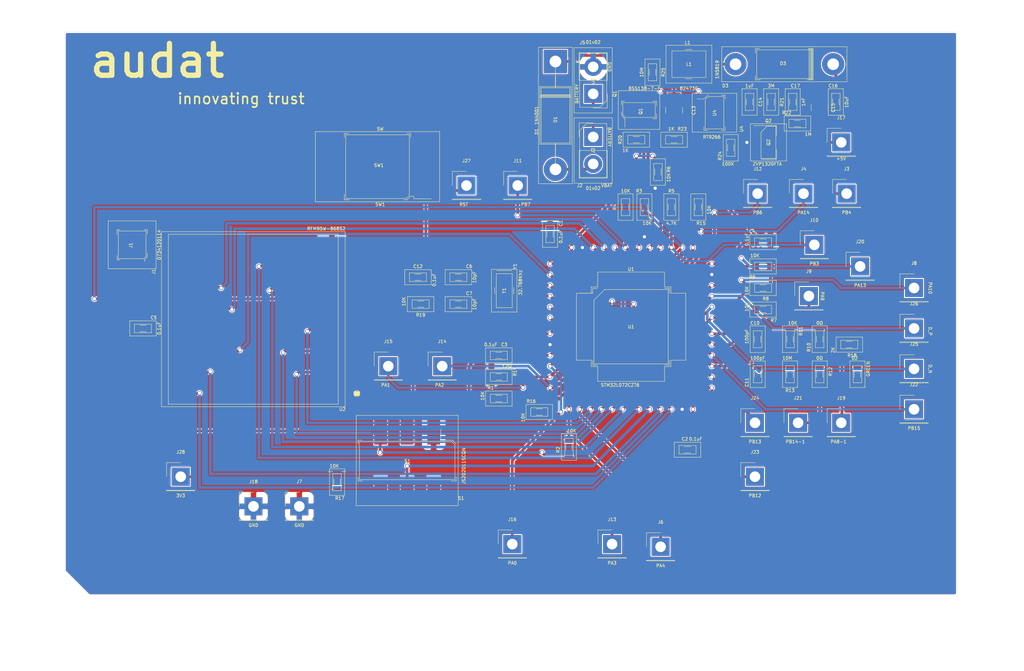
<source format=kicad_pcb>
(kicad_pcb (version 20171130) (host pcbnew 5.1.5-52549c5~84~ubuntu16.04.1)
  (title_block (title Nova) (date 2019-12-04) (rev v1.0))
  (layers (0 F.Cu signal) (31 B.Cu signal) (34 B.Paste user) (35 F.Paste user) (36 B.SilkS user) (37 F.SilkS user) (38 B.Mask user) (39 F.Mask user) (44 Edge.Cuts user))
  (net 0 "")
  (net 1 3V3)
  (net 2 GND)
  (net 3 DIO4)
  (net 4 BOOT0)
  (net 5 PB7)
  (net 6 PB6)
  (net 7 PB4)
  (net 8 PB3)
  (net 9 NSS)
  (net 10 PA14)
  (net 11 PA13)
  (net 12 D_P)
  (net 13 D_N)
  (net 14 PA10)
  (net 15 PA9)
  (net 16 PA8)
  (net 17 PB15)
  (net 18 PB14)
  (net 19 PB13)
  (net 20 PB12)
  (net 21 DIO2)
  (net 22 DIO1)
  (net 23 PB2)
  (net 24 DIO5)
  (net 25 RESET)
  (net 26 MOSI)
  (net 27 MISO)
  (net 28 SCK)
  (net 29 PA3)
  (net 30 PA2)
  (net 31 PA1)
  (net 32 PA0)
  (net 33 RST)
  (net 34 DIO0)
  (net 35 ANT)
  (net 36 "Net-(C6-Pad1)")
  (net 37 "Net-(C7-Pad1)")
  (net 38 PA8-1)
  (net 39 PB14-1)
  (net 40 VBAT)
  (net 41 "Net-(D2-Pad2)")
  (net 42 +5V)
  (net 43 BATTERY)
  (net 44 "Net-(R16-Pad1)")
  (net 45 "Net-(R17-Pad2)")
  (net 46 PB5)
  (net 47 PA4)
  (net 48 DIO3)
  (net 49 "Net-(C14-Pad2)")
  (net 50 "Net-(C17-Pad1)")
  (net 51 "Net-(D3-PadA)")
  (net 52 "Net-(Q1-Pad1)")
  (net 53 "Net-(Q1-Pad3)")
  (net 54 "Net-(Q2-Pad1)")
  (module digikey-footprints:0805 (layer F.Cu) (at 133.35 68.106 270)
    (fp_text reference C15 (at 0 -1.27 90) (layer F.SilkS) (effects (font (size 0.3 0.3) (thickness 0.05))))
    (fp_text value 100uF)
    (pad 1 smd rect (at -1.05 0 270) (size 1.2 1.2) (layers F.Cu F.Paste F.Mask) (net 49 "Net-(C14-Pad2)"))
    (pad 2 smd rect (at 1.05 0 270) (size 1.2 1.2) (layers F.Cu F.Paste F.Mask) (net 2 GND))
  )
  (module digikey-footprints:0805 (layer F.Cu) (at 119.634 68.36 270)
    (fp_text reference C13 (at 0 -1.84 90) (layer F.SilkS) (effects (font (size 0.3 0.3) (thickness 0.05))))
    (fp_text value 100uF)
    (pad 1 smd rect (at -1.05 0 270) (size 1.2 1.2) (layers F.Cu F.Paste F.Mask) (net 1 3V3))
    (pad 2 smd rect (at 1.05 0 270) (size 1.2 1.2) (layers F.Cu F.Paste F.Mask) (net 2 GND))
  )
  (module Connector_PinHeader_2.54mm:PinHeader_1x01_P2.54mm_Vertical (layer F.Cu) (at 73.152 102.87)
    (fp_text reference J28 (at 0 -2.33) (layer F.SilkS) (effects (font (size 0.3 0.3) (thickness 0.05))))
    (fp_text value 01x01)
    (pad 1 thru_hole rect (at 0 0) (size 1.7 1.7) (drill 1) (layers *.Cu *.Mask) (net 1 3V3))
  )
  (module Connector_PinHeader_2.54mm:PinHeader_1x01_P2.54mm_Vertical (layer F.Cu) (at 100.076 75.438)
    (fp_text reference J27 (at 0 -2.33) (layer F.SilkS) (effects (font (size 0.3 0.3) (thickness 0.05))))
    (fp_text value 01x01)
    (pad 1 thru_hole rect (at 0 0) (size 1.7 1.7) (drill 1) (layers *.Cu *.Mask) (net 33 RST))
  )
  (module Connector_PinHeader_2.54mm:PinHeader_1x01_P2.54mm_Vertical (layer F.Cu) (at 142.24 88.9)
    (fp_text reference J26 (at 0 -2.33) (layer F.SilkS) (effects (font (size 0.3 0.3) (thickness 0.05))))
    (fp_text value 01x01)
    (pad 1 thru_hole rect (at 0 0) (size 1.7 1.7) (drill 1) (layers *.Cu *.Mask) (net 12 D_P))
  )
  (module Connector_PinHeader_2.54mm:PinHeader_1x01_P2.54mm_Vertical (layer F.Cu) (at 142.24 92.71)
    (fp_text reference J25 (at 0 -2.33) (layer F.SilkS) (effects (font (size 0.3 0.3) (thickness 0.05))))
    (fp_text value 01x01)
    (pad 1 thru_hole rect (at 0 0) (size 1.7 1.7) (drill 1) (layers *.Cu *.Mask) (net 13 D_N))
  )
  (module Connector_PinHeader_2.54mm:PinHeader_1x01_P2.54mm_Vertical (layer F.Cu) (at 127.254 97.79)
    (fp_text reference J24 (at 0 -2.33) (layer F.SilkS) (effects (font (size 0.3 0.3) (thickness 0.05))))
    (fp_text value 01x01)
    (pad 1 thru_hole rect (at 0 0) (size 1.7 1.7) (drill 1) (layers *.Cu *.Mask) (net 19 PB13))
  )
  (module Connector_PinHeader_2.54mm:PinHeader_1x01_P2.54mm_Vertical (layer F.Cu) (at 127.254 102.87)
    (fp_text reference J23 (at 0 -2.33) (layer F.SilkS) (effects (font (size 0.3 0.3) (thickness 0.05))))
    (fp_text value 01x01)
    (pad 1 thru_hole rect (at 0 0) (size 1.7 1.7) (drill 1) (layers *.Cu *.Mask) (net 20 PB12))
  )
  (module Connector_PinHeader_2.54mm:PinHeader_1x01_P2.54mm_Vertical (layer F.Cu) (at 142.24 96.52)
    (fp_text reference J22 (at 0 -2.33) (layer F.SilkS) (effects (font (size 0.3 0.3) (thickness 0.05))))
    (fp_text value 01x01)
    (pad 1 thru_hole rect (at 0 0) (size 1.7 1.7) (drill 1) (layers *.Cu *.Mask) (net 17 PB15))
  )
  (module Connector_PinHeader_2.54mm:PinHeader_1x01_P2.54mm_Vertical (layer F.Cu) (at 131.318 97.79)
    (fp_text reference J21 (at 0 -2.33) (layer F.SilkS) (effects (font (size 0.3 0.3) (thickness 0.05))))
    (fp_text value 01x01)
    (pad 1 thru_hole rect (at 0 0) (size 1.7 1.7) (drill 1) (layers *.Cu *.Mask) (net 39 PB14-1))
  )
  (module Connector_PinHeader_2.54mm:PinHeader_1x01_P2.54mm_Vertical (layer F.Cu) (at 137.16 83.058)
    (fp_text reference J20 (at 0 -2.33) (layer F.SilkS) (effects (font (size 0.3 0.3) (thickness 0.05))))
    (fp_text value 01x01)
    (pad 1 thru_hole rect (at 0 0) (size 1.7 1.7) (drill 1) (layers *.Cu *.Mask) (net 11 PA13))
  )
  (module Connector_PinHeader_2.54mm:PinHeader_1x01_P2.54mm_Vertical (layer F.Cu) (at 135.382 97.79)
    (fp_text reference J19 (at 0 -2.33) (layer F.SilkS) (effects (font (size 0.3 0.3) (thickness 0.05))))
    (fp_text value 01x01)
    (pad 1 thru_hole rect (at 0 0) (size 1.7 1.7) (drill 1) (layers *.Cu *.Mask) (net 38 PA8-1))
  )
  (module Connector_PinHeader_2.54mm:PinHeader_1x01_P2.54mm_Vertical (layer F.Cu) (at 80.01 105.664)
    (fp_text reference J18 (at 0 -2.33) (layer F.SilkS) (effects (font (size 0.3 0.3) (thickness 0.05))))
    (fp_text value 01x01)
    (pad 1 thru_hole rect (at 0 0) (size 1.7 1.7) (drill 1) (layers *.Cu *.Mask) (net 2 GND))
  )
  (module Connector_PinHeader_2.54mm:PinHeader_1x01_P2.54mm_Vertical (layer F.Cu) (at 135.382 71.374)
    (fp_text reference J17 (at 0 -2.33) (layer F.SilkS) (effects (font (size 0.3 0.3) (thickness 0.05))))
    (fp_text value 01x01)
    (pad 1 thru_hole rect (at 0 0) (size 1.7 1.7) (drill 1) (layers *.Cu *.Mask) (net 42 +5V))
  )
  (module Connector_PinHeader_2.54mm:PinHeader_1x01_P2.54mm_Vertical (layer F.Cu) (at 104.394 109.22)
    (fp_text reference J16 (at 0 -2.33) (layer F.SilkS) (effects (font (size 0.3 0.3) (thickness 0.05))))
    (fp_text value 01x01)
    (pad 1 thru_hole rect (at 0 0) (size 1.7 1.7) (drill 1) (layers *.Cu *.Mask) (net 32 PA0))
  )
  (module Connector_PinHeader_2.54mm:PinHeader_1x01_P2.54mm_Vertical (layer F.Cu) (at 92.71 92.456)
    (fp_text reference J15 (at 0 -2.33) (layer F.SilkS) (effects (font (size 0.3 0.3) (thickness 0.05))))
    (fp_text value 01x01)
    (pad 1 thru_hole rect (at 0 0) (size 1.7 1.7) (drill 1) (layers *.Cu *.Mask) (net 31 PA1))
  )
  (module Connector_PinHeader_2.54mm:PinHeader_1x01_P2.54mm_Vertical (layer F.Cu) (at 97.79 92.456)
    (fp_text reference J14 (at 0 -2.33) (layer F.SilkS) (effects (font (size 0.3 0.3) (thickness 0.05))))
    (fp_text value 01x01)
    (pad 1 thru_hole rect (at 0 0) (size 1.7 1.7) (drill 1) (layers *.Cu *.Mask) (net 30 PA2))
  )
  (module Connector_PinHeader_2.54mm:PinHeader_1x01_P2.54mm_Vertical (layer F.Cu) (at 113.792 109.22)
    (fp_text reference J13 (at 0 -2.33) (layer F.SilkS) (effects (font (size 0.3 0.3) (thickness 0.05))))
    (fp_text value 01x01)
    (pad 1 thru_hole rect (at 0 0) (size 1.7 1.7) (drill 1) (layers *.Cu *.Mask) (net 29 PA3))
  )
  (module Connector_PinHeader_2.54mm:PinHeader_1x01_P2.54mm_Vertical (layer F.Cu) (at 127.508 76.2)
    (fp_text reference J12 (at 0 -2.33) (layer F.SilkS) (effects (font (size 0.3 0.3) (thickness 0.05))))
    (fp_text value 01x01)
    (pad 1 thru_hole rect (at 0 0) (size 1.7 1.7) (drill 1) (layers *.Cu *.Mask) (net 6 PB6))
  )
  (module Connector_PinHeader_2.54mm:PinHeader_1x01_P2.54mm_Vertical (layer F.Cu) (at 104.902 75.438)
    (fp_text reference J11 (at 0 -2.33) (layer F.SilkS) (effects (font (size 0.3 0.3) (thickness 0.05))))
    (fp_text value 01x01)
    (pad 1 thru_hole rect (at 0 0) (size 1.7 1.7) (drill 1) (layers *.Cu *.Mask) (net 5 PB7))
  )
  (module Connector_PinHeader_2.54mm:PinHeader_1x01_P2.54mm_Vertical (layer F.Cu) (at 132.842 81.026)
    (fp_text reference J10 (at 0 -2.33) (layer F.SilkS) (effects (font (size 0.3 0.3) (thickness 0.05))))
    (fp_text value 01x01)
    (pad 1 thru_hole rect (at 0 0) (size 1.7 1.7) (drill 1) (layers *.Cu *.Mask) (net 8 PB3))
  )
  (module Connector_PinHeader_2.54mm:PinHeader_1x01_P2.54mm_Vertical (layer F.Cu) (at 132.334 85.852)
    (fp_text reference J9 (at 0 -2.33) (layer F.SilkS) (effects (font (size 0.3 0.3) (thickness 0.05))))
    (fp_text value 01x01)
    (pad 1 thru_hole rect (at 0 0) (size 1.7 1.7) (drill 1) (layers *.Cu *.Mask) (net 15 PA9))
  )
  (module Connector_PinHeader_2.54mm:PinHeader_1x01_P2.54mm_Vertical (layer F.Cu) (at 142.24 85.09)
    (fp_text reference J8 (at 0 -2.33) (layer F.SilkS) (effects (font (size 0.3 0.3) (thickness 0.05))))
    (fp_text value 01x01)
    (pad 1 thru_hole rect (at 0 0) (size 1.7 1.7) (drill 1) (layers *.Cu *.Mask) (net 14 PA10))
  )
  (module Connector_PinHeader_2.54mm:PinHeader_1x01_P2.54mm_Vertical (layer F.Cu) (at 84.328 105.664)
    (fp_text reference J7 (at 0 -2.33) (layer F.SilkS) (effects (font (size 0.3 0.3) (thickness 0.05))))
    (fp_text value 01x01)
    (pad 1 thru_hole rect (at 0 0) (size 1.7 1.7) (drill 1) (layers *.Cu *.Mask) (net 2 GND))
  )
  (module Connector_PinHeader_2.54mm:PinHeader_1x01_P2.54mm_Vertical (layer F.Cu) (at 118.364 109.474)
    (fp_text reference J6 (at 0 -2.33) (layer F.SilkS) (effects (font (size 0.3 0.3) (thickness 0.05))))
    (fp_text value 01x01)
    (pad 1 thru_hole rect (at 0 0) (size 1.7 1.7) (drill 1) (layers *.Cu *.Mask) (net 47 PA4))
  )
  (module Connector_PinHeader_2.54mm:PinHeader_1x01_P2.54mm_Vertical (layer F.Cu) (at 131.826 76.2)
    (fp_text reference J4 (at 0 -2.33) (layer F.SilkS) (effects (font (size 0.3 0.3) (thickness 0.05))))
    (fp_text value 01x01)
    (pad 1 thru_hole rect (at 0 0) (size 1.7 1.7) (drill 1) (layers *.Cu *.Mask) (net 10 PA14))
  )
  (module Connector_PinHeader_2.54mm:PinHeader_1x01_P2.54mm_Vertical (layer F.Cu) (at 135.89 76.2)
    (fp_text reference J3 (at 0 -2.33) (layer F.SilkS) (effects (font (size 0.3 0.3) (thickness 0.05))))
    (fp_text value 01x01)
    (pad 1 thru_hole rect (at 0 0) (size 1.7 1.7) (drill 1) (layers *.Cu *.Mask) (net 7 PB4))
  )
  (module RFM95W-868S2:XCVR_RFM95W-868S2 (layer F.Cu) (at 79.991551 88.031001 180)
    (fp_text reference U2 (at -8.400449 -8.488999) (layer F.SilkS) (effects (font (size 0.3 0.3) (thickness 0.05))))
    (fp_text value RFM95W-868S2 (at -6.876449 8.529001) (layer F.SilkS) (effects (font (size 0.3 0.3) (thickness 0.05))))
    (pad 16 smd rect (at 7.4 -7) (size 1.95 1.05) (layers F.Cu F.Paste F.Mask) (net 21 DIO2))
    (pad 15 smd rect (at 7.4 -5) (size 1.95 1.05) (layers F.Cu F.Paste F.Mask) (net 22 DIO1))
    (pad 14 smd rect (at 7.4 -3) (size 1.95 1.05) (layers F.Cu F.Paste F.Mask) (net 34 DIO0))
    (pad 13 smd rect (at 7.4 -1) (size 1.95 1.05) (layers F.Cu F.Paste F.Mask) (net 1 3V3))
    (pad 12 smd rect (at 7.4 1) (size 1.95 1.05) (layers F.Cu F.Paste F.Mask) (net 3 DIO4))
    (pad 11 smd rect (at 7.4 3) (size 1.95 1.05) (layers F.Cu F.Paste F.Mask) (net 48 DIO3))
    (pad 10 smd rect (at 7.4 5) (size 1.95 1.05) (layers F.Cu F.Paste F.Mask) (net 2 GND))
    (pad 9 smd rect (at 7.4 7) (size 1.95 1.05) (layers F.Cu F.Paste F.Mask) (net 35 ANT))
    (pad 8 smd rect (at -7.4 7 180) (size 1.95 1.05) (layers F.Cu F.Paste F.Mask) (net 2 GND))
    (pad 7 smd rect (at -7.4 5 180) (size 1.95 1.05) (layers F.Cu F.Paste F.Mask) (net 24 DIO5))
    (pad 6 smd rect (at -7.4 3 180) (size 1.95 1.05) (layers F.Cu F.Paste F.Mask) (net 25 RESET))
    (pad 5 smd rect (at -7.4 1 180) (size 1.95 1.05) (layers F.Cu F.Paste F.Mask) (net 9 NSS))
    (pad 4 smd rect (at -7.4 -1 180) (size 1.95 1.05) (layers F.Cu F.Paste F.Mask) (net 28 SCK))
    (pad 3 smd rect (at -7.4 -3 180) (size 1.95 1.05) (layers F.Cu F.Paste F.Mask) (net 26 MOSI))
    (pad 2 smd rect (at -7.4 -5 180) (size 1.95 1.05) (layers F.Cu F.Paste F.Mask) (net 27 MISO))
    (pad 1 smd rect (at -7.4 -7 180) (size 1.95 1.05) (layers F.Cu F.Paste F.Mask) (net 2 GND))
  )
  (module digikey-footprints:SMD-2_3.2x1.5mm (layer F.Cu) (at 103.632 85.344 270)
    (fp_text reference Y1 (at -2.286 -1.016 90) (layer F.SilkS) (effects (font (size 0.3 0.3) (thickness 0.05))))
    (fp_text value 32.768Khz (at -0.762 -1.524 90) (layer F.SilkS) (effects (font (size 0.3 0.3) (thickness 0.05))))
    (fp_text user %R (at 0 0 90) (layer F.SilkS) (effects (font (size 0.3 0.3) (thickness 0.05))))
    (pad 1 smd rect (at -1.205 0 270) (size 1.1 1.9) (layers F.Cu F.Paste F.Mask) (net 36 "Net-(C6-Pad1)"))
    (pad 2 smd rect (at 1.205 0 270) (size 1.1 1.9) (layers F.Cu F.Paste F.Mask) (net 37 "Net-(C7-Pad1)"))
  )
  (module digikey-footprints:SOT-23-6 (layer F.Cu) (at 123.444 68.58 270)
    (fp_text reference U4 (at 1.524 -2.54 90) (layer F.SilkS) (effects (font (size 0.3 0.3) (thickness 0.05))))
    (fp_text value RT9266 (at 2.286 0.254 180) (layer F.SilkS) (effects (font (size 0.3 0.3) (thickness 0.05))))
    (fp_text user %R (at 0.025 0 90) (layer F.SilkS) (effects (font (size 0.3 0.3) (thickness 0.05))))
    (pad 6 smd rect (at -0.95 -1.35 270) (size 0.55 1) (layers F.Cu F.Paste F.Mask) (net 50 "Net-(C17-Pad1)"))
    (pad 5 smd rect (at 0 -1.35 270) (size 0.55 1) (layers F.Cu F.Paste F.Mask) (net 49 "Net-(C14-Pad2)"))
    (pad 4 smd rect (at 0.95 -1.35 270) (size 0.55 1) (layers F.Cu F.Paste F.Mask) (net 51 "Net-(D3-PadA)"))
    (pad 1 smd rect (at -0.95 1.35 270) (size 0.55 1) (layers F.Cu F.Paste F.Mask) (net 53 "Net-(Q1-Pad3)"))
    (pad 2 smd rect (at 0 1.35 270) (size 0.55 1) (layers F.Cu F.Paste F.Mask))
    (pad 3 smd rect (at 0.95 1.35 270) (size 0.55 1) (layers F.Cu F.Paste F.Mask) (net 2 GND))
  )
  (module Package_QFP:LQFP-48_7x7mm_P0.5mm (layer F.Cu) (at 115.585001 88.741001)
    (fp_text reference U1 (at -0.015001 -5.429001) (layer F.SilkS) (effects (font (size 0.3 0.3) (thickness 0.05))))
    (fp_text value STM32L072CZT6 (at -1.031001 5.492999) (layer F.SilkS) (effects (font (size 0.3 0.3) (thickness 0.05))))
    (fp_text user %R (at 0 0) (layer F.SilkS) (effects (font (size 0.3 0.3) (thickness 0.05))))
    (pad 48 smd roundrect (at -2.75 -4.1625) (size 0.3 1.475) (layers F.Cu F.Paste F.Mask) (net 1 3V3))
    (pad 47 smd roundrect (at -2.25 -4.1625) (size 0.3 1.475) (layers F.Cu F.Paste F.Mask) (net 2 GND))
    (pad 46 smd roundrect (at -1.75 -4.1625) (size 0.3 1.475) (layers F.Cu F.Paste F.Mask) (net 3 DIO4))
    (pad 45 smd roundrect (at -1.25 -4.1625) (size 0.3 1.475) (layers F.Cu F.Paste F.Mask) (net 48 DIO3))
    (pad 44 smd roundrect (at -0.75 -4.1625) (size 0.3 1.475) (layers F.Cu F.Paste F.Mask) (net 4 BOOT0))
    (pad 43 smd roundrect (at -0.25 -4.1625) (size 0.3 1.475) (layers F.Cu F.Paste F.Mask) (net 5 PB7))
    (pad 42 smd roundrect (at 0.25 -4.1625) (size 0.3 1.475) (layers F.Cu F.Paste F.Mask) (net 6 PB6))
    (pad 41 smd roundrect (at 0.75 -4.1625) (size 0.3 1.475) (layers F.Cu F.Paste F.Mask) (net 46 PB5))
    (pad 40 smd roundrect (at 1.25 -4.1625) (size 0.3 1.475) (layers F.Cu F.Paste F.Mask) (net 7 PB4))
    (pad 39 smd roundrect (at 1.75 -4.1625) (size 0.3 1.475) (layers F.Cu F.Paste F.Mask) (net 8 PB3))
    (pad 38 smd roundrect (at 2.25 -4.1625) (size 0.3 1.475) (layers F.Cu F.Paste F.Mask) (net 9 NSS))
    (pad 37 smd roundrect (at 2.75 -4.1625) (size 0.3 1.475) (layers F.Cu F.Paste F.Mask) (net 10 PA14))
    (pad 36 smd roundrect (at 4.1625 -2.75) (size 1.475 0.3) (layers F.Cu F.Paste F.Mask) (net 1 3V3))
    (pad 35 smd roundrect (at 4.1625 -2.25) (size 1.475 0.3) (layers F.Cu F.Paste F.Mask) (net 2 GND))
    (pad 34 smd roundrect (at 4.1625 -1.75) (size 1.475 0.3) (layers F.Cu F.Paste F.Mask) (net 11 PA13))
    (pad 33 smd roundrect (at 4.1625 -1.25) (size 1.475 0.3) (layers F.Cu F.Paste F.Mask) (net 12 D_P))
    (pad 32 smd roundrect (at 4.1625 -0.75) (size 1.475 0.3) (layers F.Cu F.Paste F.Mask) (net 13 D_N))
    (pad 31 smd roundrect (at 4.1625 -0.25) (size 1.475 0.3) (layers F.Cu F.Paste F.Mask) (net 14 PA10))
    (pad 30 smd roundrect (at 4.1625 0.25) (size 1.475 0.3) (layers F.Cu F.Paste F.Mask) (net 15 PA9))
    (pad 29 smd roundrect (at 4.1625 0.75) (size 1.475 0.3) (layers F.Cu F.Paste F.Mask) (net 16 PA8))
    (pad 28 smd roundrect (at 4.1625 1.25) (size 1.475 0.3) (layers F.Cu F.Paste F.Mask) (net 17 PB15))
    (pad 27 smd roundrect (at 4.1625 1.75) (size 1.475 0.3) (layers F.Cu F.Paste F.Mask) (net 18 PB14))
    (pad 26 smd roundrect (at 4.1625 2.25) (size 1.475 0.3) (layers F.Cu F.Paste F.Mask) (net 19 PB13))
    (pad 25 smd roundrect (at 4.1625 2.75) (size 1.475 0.3) (layers F.Cu F.Paste F.Mask) (net 20 PB12))
    (pad 24 smd roundrect (at 2.75 4.1625) (size 0.3 1.475) (layers F.Cu F.Paste F.Mask) (net 1 3V3))
    (pad 23 smd roundrect (at 2.25 4.1625) (size 0.3 1.475) (layers F.Cu F.Paste F.Mask) (net 2 GND))
    (pad 22 smd roundrect (at 1.75 4.1625) (size 0.3 1.475) (layers F.Cu F.Paste F.Mask) (net 21 DIO2))
    (pad 21 smd roundrect (at 1.25 4.1625) (size 0.3 1.475) (layers F.Cu F.Paste F.Mask) (net 22 DIO1))
    (pad 20 smd roundrect (at 0.75 4.1625) (size 0.3 1.475) (layers F.Cu F.Paste F.Mask) (net 23 PB2))
    (pad 19 smd roundrect (at 0.25 4.1625) (size 0.3 1.475) (layers F.Cu F.Paste F.Mask) (net 24 DIO5))
    (pad 18 smd roundrect (at -0.25 4.1625) (size 0.3 1.475) (layers F.Cu F.Paste F.Mask) (net 25 RESET))
    (pad 17 smd roundrect (at -0.75 4.1625) (size 0.3 1.475) (layers F.Cu F.Paste F.Mask) (net 26 MOSI))
    (pad 16 smd roundrect (at -1.25 4.1625) (size 0.3 1.475) (layers F.Cu F.Paste F.Mask) (net 27 MISO))
    (pad 15 smd roundrect (at -1.75 4.1625) (size 0.3 1.475) (layers F.Cu F.Paste F.Mask) (net 28 SCK))
    (pad 14 smd roundrect (at -2.25 4.1625) (size 0.3 1.475) (layers F.Cu F.Paste F.Mask) (net 47 PA4))
    (pad 13 smd roundrect (at -2.75 4.1625) (size 0.3 1.475) (layers F.Cu F.Paste F.Mask) (net 29 PA3))
    (pad 12 smd roundrect (at -4.1625 2.75) (size 1.475 0.3) (layers F.Cu F.Paste F.Mask) (net 30 PA2))
    (pad 11 smd roundrect (at -4.1625 2.25) (size 1.475 0.3) (layers F.Cu F.Paste F.Mask) (net 31 PA1))
    (pad 10 smd roundrect (at -4.1625 1.75) (size 1.475 0.3) (layers F.Cu F.Paste F.Mask) (net 32 PA0))
    (pad 9 smd roundrect (at -4.1625 1.25) (size 1.475 0.3) (layers F.Cu F.Paste F.Mask) (net 1 3V3))
    (pad 8 smd roundrect (at -4.1625 0.75) (size 1.475 0.3) (layers F.Cu F.Paste F.Mask) (net 2 GND))
    (pad 7 smd roundrect (at -4.1625 0.25) (size 1.475 0.3) (layers F.Cu F.Paste F.Mask) (net 33 RST))
    (pad 6 smd roundrect (at -4.1625 -0.25) (size 1.475 0.3) (layers F.Cu F.Paste F.Mask))
    (pad 5 smd roundrect (at -4.1625 -0.75) (size 1.475 0.3) (layers F.Cu F.Paste F.Mask))
    (pad 4 smd roundrect (at -4.1625 -1.25) (size 1.475 0.3) (layers F.Cu F.Paste F.Mask) (net 37 "Net-(C7-Pad1)"))
    (pad 3 smd roundrect (at -4.1625 -1.75) (size 1.475 0.3) (layers F.Cu F.Paste F.Mask) (net 36 "Net-(C6-Pad1)"))
    (pad 2 smd roundrect (at -4.1625 -2.25) (size 1.475 0.3) (layers F.Cu F.Paste F.Mask) (net 34 DIO0))
    (pad 1 smd roundrect (at -4.1625 -2.75) (size 1.475 0.3) (layers F.Cu F.Paste F.Mask) (net 1 3V3))
  )
  (module digikey-footprints:Switch_Tactile_SMD_6x6mm (layer F.Cu) (at 91.694 73.66 180)
    (fp_text reference SW1 (at -0.254 -3.556) (layer F.SilkS) (effects (font (size 0.3 0.3) (thickness 0.05))))
    (fp_text value SW (at -0.254 3.556) (layer F.SilkS) (effects (font (size 0.3 0.3) (thickness 0.05))))
    (fp_text user %R (at -0.125 0.125) (layer F.SilkS) (effects (font (size 0.3 0.3) (thickness 0.05))))
    (pad 1 smd rect (at -4.55 -2.25 90) (size 1.4 2.1) (layers F.Cu F.Paste F.Mask) (net 33 RST))
    (pad 3 smd rect (at -4.55 2.25 90) (size 1.4 2.1) (layers F.Cu F.Paste F.Mask))
    (pad 4 smd rect (at 4.55 2.25 90) (size 1.4 2.1) (layers F.Cu F.Paste F.Mask))
    (pad 2 smd rect (at 4.55 -2.25 90) (size 1.4 2.1) (layers F.Cu F.Paste F.Mask) (net 2 GND))
  )
  (module digikey-footprints:Switch_Slide_JS202011SCQN (layer F.Cu) (at 94.488 101.346 180)
    (fp_text reference S1 (at -5.08 -3.556) (layer F.SilkS) (effects (font (size 0.3 0.3) (thickness 0.05))))
    (fp_text value JS202011SCQN (at -5.334 -0.508 90) (layer F.SilkS) (effects (font (size 0.3 0.3) (thickness 0.05))))
    (fp_text user %R (at -0.025 -0.05) (layer F.SilkS) (effects (font (size 0.3 0.3) (thickness 0.05))))
    (pad 6 smd rect (at 2.5 -2.75 180) (size 1.2 2.5) (layers F.Cu F.Paste F.Mask) (net 45 "Net-(R17-Pad2)"))
    (pad 5 smd rect (at 0 -2.75 180) (size 1.2 2.5) (layers F.Cu F.Paste F.Mask) (net 23 PB2))
    (pad 4 smd rect (at -2.5 -2.75 180) (size 1.2 2.5) (layers F.Cu F.Paste F.Mask))
    (pad 1 smd rect (at -2.5 2.75 180) (size 1.2 2.5) (layers F.Cu F.Paste F.Mask) (net 2 GND))
    (pad 2 smd rect (at 0 2.75 180) (size 1.2 2.5) (layers F.Cu F.Paste F.Mask) (net 44 "Net-(R16-Pad1)"))
    (pad 3 smd rect (at 2.5 2.75 180) (size 1.2 2.5) (layers F.Cu F.Paste F.Mask) (net 1 3V3))
  )
  (module digikey-footprints:0603 (layer F.Cu) (at 117.602 64.77 270)
    (fp_text reference R25 (at 0 -1.016 90) (layer F.SilkS) (effects (font (size 0.3 0.3) (thickness 0.05))))
    (fp_text value 10M (at 0 1.016 90) (layer F.SilkS) (effects (font (size 0.3 0.3) (thickness 0.05))))
    (pad 1 smd rect (at -0.7 0 270) (size 0.6 0.8) (layers F.Cu F.Paste F.Mask) (net 1 3V3))
    (pad 2 smd rect (at 0.7 0 270) (size 0.6 0.8) (layers F.Cu F.Paste F.Mask) (net 53 "Net-(Q1-Pad3)"))
  )
  (module digikey-footprints:0603 (layer F.Cu) (at 124.968 71.882 90)
    (fp_text reference R24 (at -0.762 -1.016 90) (layer F.SilkS) (effects (font (size 0.3 0.3) (thickness 0.05))))
    (fp_text value 100K (at -1.524 -0.254) (layer F.SilkS) (effects (font (size 0.3 0.3) (thickness 0.05))))
    (pad 1 smd rect (at -0.7 0 90) (size 0.6 0.8) (layers F.Cu F.Paste F.Mask) (net 49 "Net-(C14-Pad2)"))
    (pad 2 smd rect (at 0.7 0 90) (size 0.6 0.8) (layers F.Cu F.Paste F.Mask) (net 54 "Net-(Q2-Pad1)"))
  )
  (module digikey-footprints:0603 (layer F.Cu) (at 119.634 71.12 180)
    (fp_text reference R23 (at -0.762 1.016) (layer F.SilkS) (effects (font (size 0.3 0.3) (thickness 0.05))))
    (fp_text value 1K (at 0.254 1.016) (layer F.SilkS) (effects (font (size 0.3 0.3) (thickness 0.05))))
    (pad 1 smd rect (at -0.7 0 180) (size 0.6 0.8) (layers F.Cu F.Paste F.Mask) (net 54 "Net-(Q2-Pad1)"))
    (pad 2 smd rect (at 0.7 0 180) (size 0.6 0.8) (layers F.Cu F.Paste F.Mask) (net 46 PB5))
  )
  (module digikey-footprints:0603 (layer F.Cu) (at 131.256 69.596)
    (fp_text reference R22 (at -1.016 -1.016) (layer F.SilkS) (effects (font (size 0.3 0.3) (thickness 0.05))))
    (fp_text value 1M (at 1.016 1.016) (layer F.SilkS) (effects (font (size 0.3 0.3) (thickness 0.05))))
    (pad 1 smd rect (at -0.7 0) (size 0.6 0.8) (layers F.Cu F.Paste F.Mask) (net 50 "Net-(C17-Pad1)"))
    (pad 2 smd rect (at 0.7 0) (size 0.6 0.8) (layers F.Cu F.Paste F.Mask) (net 2 GND))
  )
  (module digikey-footprints:0603 (layer F.Cu) (at 128.778 67.564 270)
    (fp_text reference R21 (at 0 -1.016 90) (layer F.SilkS) (effects (font (size 0.3 0.3) (thickness 0.05))))
    (fp_text value 3M (at -1.524 0 180) (layer F.SilkS) (effects (font (size 0.3 0.3) (thickness 0.05))))
    (pad 1 smd rect (at -0.7 0 270) (size 0.6 0.8) (layers F.Cu F.Paste F.Mask) (net 49 "Net-(C14-Pad2)"))
    (pad 2 smd rect (at 0.7 0 270) (size 0.6 0.8) (layers F.Cu F.Paste F.Mask) (net 50 "Net-(C17-Pad1)"))
  )
  (module digikey-footprints:0603 (layer F.Cu) (at 116.078 71.12)
    (fp_text reference R20 (at -1.524 0 90) (layer F.SilkS) (effects (font (size 0.3 0.3) (thickness 0.05))))
    (fp_text value 1K (at -1.016 1.016) (layer F.SilkS) (effects (font (size 0.3 0.3) (thickness 0.05))))
    (pad 1 smd rect (at -0.7 0) (size 0.6 0.8) (layers F.Cu F.Paste F.Mask) (net 52 "Net-(Q1-Pad1)"))
    (pad 2 smd rect (at 0.7 0) (size 0.6 0.8) (layers F.Cu F.Paste F.Mask) (net 46 PB5))
  )
  (module digikey-footprints:0603 (layer F.Cu) (at 95.758 86.614 180)
    (fp_text reference R19 (at 0 -1.016) (layer F.SilkS) (effects (font (size 0.3 0.3) (thickness 0.05))))
    (fp_text value 10K (at 1.586 0.254 270) (layer F.SilkS) (effects (font (size 0.3 0.3) (thickness 0.05))))
    (pad 1 smd rect (at -0.7 0 180) (size 0.6 0.8) (layers F.Cu F.Paste F.Mask) (net 33 RST))
    (pad 2 smd rect (at 0.7 0 180) (size 0.6 0.8) (layers F.Cu F.Paste F.Mask) (net 1 3V3))
  )
  (module digikey-footprints:0603 (layer F.Cu) (at 136.144 90.424 180)
    (fp_text reference R18 (at -0.254 -1.016) (layer F.SilkS) (effects (font (size 0.3 0.3) (thickness 0.05))))
    (fp_text value 2K (at 1.524 -0.508 90) (layer F.SilkS) (effects (font (size 0.3 0.3) (thickness 0.05))))
    (pad 1 smd rect (at -0.7 0 180) (size 0.6 0.8) (layers F.Cu F.Paste F.Mask) (net 41 "Net-(D2-Pad2)"))
    (pad 2 smd rect (at 0.7 0 180) (size 0.6 0.8) (layers F.Cu F.Paste F.Mask) (net 38 PA8-1))
  )
  (module digikey-footprints:0603 (layer F.Cu) (at 87.884 103.378 270)
    (fp_text reference R17 (at 1.524 -0.254) (layer F.SilkS) (effects (font (size 0.3 0.3) (thickness 0.05))))
    (fp_text value 10K (at -1.524 0.254) (layer F.SilkS) (effects (font (size 0.3 0.3) (thickness 0.05))))
    (pad 1 smd rect (at -0.7 0 270) (size 0.6 0.8) (layers F.Cu F.Paste F.Mask) (net 2 GND))
    (pad 2 smd rect (at 0.7 0 270) (size 0.6 0.8) (layers F.Cu F.Paste F.Mask) (net 45 "Net-(R17-Pad2)"))
  )
  (module digikey-footprints:0603 (layer F.Cu) (at 106.934 96.774)
    (fp_text reference R16 (at -0.762 -1.016) (layer F.SilkS) (effects (font (size 0.3 0.3) (thickness 0.05))))
    (fp_text value 10K (at -1.524 0.508 90) (layer F.SilkS) (effects (font (size 0.3 0.3) (thickness 0.05))))
    (pad 1 smd rect (at -0.7 0) (size 0.6 0.8) (layers F.Cu F.Paste F.Mask) (net 44 "Net-(R16-Pad1)"))
    (pad 2 smd rect (at 0.7 0) (size 0.6 0.8) (layers F.Cu F.Paste F.Mask) (net 4 BOOT0))
  )
  (module digikey-footprints:0603 (layer F.Cu) (at 121.92 77.47 90)
    (fp_text reference R15 (at -1.524 0.254 180) (layer F.SilkS) (effects (font (size 0.3 0.3) (thickness 0.05))))
    (fp_text value 10K (at -0.254 1.016 90) (layer F.SilkS) (effects (font (size 0.3 0.3) (thickness 0.05))))
    (pad 1 smd rect (at -0.7 0 90) (size 0.6 0.8) (layers F.Cu F.Paste F.Mask) (net 10 PA14))
    (pad 2 smd rect (at 0.7 0 90) (size 0.6 0.8) (layers F.Cu F.Paste F.Mask) (net 2 GND))
  )
  (module digikey-footprints:0603 (layer F.Cu) (at 103.124 93.472 180)
    (fp_text reference R14 (at -1.524 0.508 90) (layer F.SilkS) (effects (font (size 0.3 0.3) (thickness 0.05))))
    (fp_text value 12Ω (at -0.762 1.016) (layer F.SilkS) (effects (font (size 0.3 0.3) (thickness 0.05))))
    (pad 1 smd rect (at -0.7 0 180) (size 0.6 0.8) (layers F.Cu F.Paste F.Mask) (net 31 PA1))
    (pad 2 smd rect (at 0.7 0 180) (size 0.6 0.8) (layers F.Cu F.Paste F.Mask) (net 2 GND))
  )
  (module digikey-footprints:0603 (layer F.Cu) (at 130.556 93.218 270)
    (fp_text reference R13 (at 1.524 0) (layer F.SilkS) (effects (font (size 0.3 0.3) (thickness 0.05))))
    (fp_text value 10M (at -1.524 0.254) (layer F.SilkS) (effects (font (size 0.3 0.3) (thickness 0.05))))
    (pad 1 smd rect (at -0.7 0 270) (size 0.6 0.8) (layers F.Cu F.Paste F.Mask) (net 18 PB14))
    (pad 2 smd rect (at 0.7 0 270) (size 0.6 0.8) (layers F.Cu F.Paste F.Mask) (net 2 GND))
  )
  (module digikey-footprints:0603 (layer F.Cu) (at 133.35 93.218 270)
    (fp_text reference R12 (at -0.254 -1.016 90) (layer F.SilkS) (effects (font (size 0.3 0.3) (thickness 0.05))))
    (fp_text value 0Ω (at -1.524 0) (layer F.SilkS) (effects (font (size 0.3 0.3) (thickness 0.05))))
    (pad 1 smd rect (at -0.7 0 270) (size 0.6 0.8) (layers F.Cu F.Paste F.Mask) (net 18 PB14))
    (pad 2 smd rect (at 0.7 0 270) (size 0.6 0.8) (layers F.Cu F.Paste F.Mask) (net 39 PB14-1))
  )
  (module digikey-footprints:0603 (layer F.Cu) (at 130.556 89.916 270)
    (fp_text reference R11 (at -0.762 -1.016 90) (layer F.SilkS) (effects (font (size 0.3 0.3) (thickness 0.05))))
    (fp_text value 10K (at -1.524 -0.254) (layer F.SilkS) (effects (font (size 0.3 0.3) (thickness 0.05))))
    (pad 1 smd rect (at -0.7 0 270) (size 0.6 0.8) (layers F.Cu F.Paste F.Mask) (net 16 PA8))
    (pad 2 smd rect (at 0.7 0 270) (size 0.6 0.8) (layers F.Cu F.Paste F.Mask) (net 2 GND))
  )
  (module digikey-footprints:0603 (layer F.Cu) (at 133.35 89.916 90)
    (fp_text reference R10 (at -0.762 -1.016 90) (layer F.SilkS) (effects (font (size 0.3 0.3) (thickness 0.05))))
    (fp_text value 0Ω (at 1.524 0) (layer F.SilkS) (effects (font (size 0.3 0.3) (thickness 0.05))))
    (pad 1 smd rect (at -0.7 0 90) (size 0.6 0.8) (layers F.Cu F.Paste F.Mask) (net 38 PA8-1))
    (pad 2 smd rect (at 0.7 0 90) (size 0.6 0.8) (layers F.Cu F.Paste F.Mask) (net 16 PA8))
  )
  (module digikey-footprints:0603 (layer F.Cu) (at 128.016 83.058 180)
    (fp_text reference R9 (at 1.016 -1.016) (layer F.SilkS) (effects (font (size 0.3 0.3) (thickness 0.05))))
    (fp_text value 10K (at 0.762 1.016 180) (layer F.SilkS) (effects (font (size 0.3 0.3) (thickness 0.05))))
    (pad 1 smd rect (at -0.7 0 180) (size 0.6 0.8) (layers F.Cu F.Paste F.Mask) (net 1 3V3))
    (pad 2 smd rect (at 0.7 0 180) (size 0.6 0.8) (layers F.Cu F.Paste F.Mask) (net 11 PA13))
  )
  (module digikey-footprints:0603 (layer F.Cu) (at 128.016 85.09 180)
    (fp_text reference R8 (at -0.254 -1.016) (layer F.SilkS) (effects (font (size 0.3 0.3) (thickness 0.05))))
    (fp_text value 10K (at 1.524 -0.254 90) (layer F.SilkS) (effects (font (size 0.3 0.3) (thickness 0.05))))
    (pad 1 smd rect (at -0.7 0 180) (size 0.6 0.8) (layers F.Cu F.Paste F.Mask) (net 1 3V3))
    (pad 2 smd rect (at 0.7 0 180) (size 0.6 0.8) (layers F.Cu F.Paste F.Mask) (net 14 PA10))
  )
  (module digikey-footprints:0603 (layer F.Cu) (at 128.016 87.122 180)
    (fp_text reference R7 (at -1.016 -1.016) (layer F.SilkS) (effects (font (size 0.3 0.3) (thickness 0.05))))
    (fp_text value 10K (at 1.524 0.254 270) (layer F.SilkS) (effects (font (size 0.3 0.3) (thickness 0.05))))
    (pad 1 smd rect (at -0.7 0 180) (size 0.6 0.8) (layers F.Cu F.Paste F.Mask) (net 1 3V3))
    (pad 2 smd rect (at 0.7 0 180) (size 0.6 0.8) (layers F.Cu F.Paste F.Mask) (net 15 PA9))
  )
  (module digikey-footprints:0603 (layer F.Cu) (at 118.11 74.168 270)
    (fp_text reference R6 (at -0.254 -1.016 90) (layer F.SilkS) (effects (font (size 0.3 0.3) (thickness 0.05))))
    (fp_text value 10K (at 0.508 -1.016 90) (layer F.SilkS) (effects (font (size 0.3 0.3) (thickness 0.05))))
    (pad 1 smd rect (at -0.7 0 270) (size 0.6 0.8) (layers F.Cu F.Paste F.Mask) (net 1 3V3))
    (pad 2 smd rect (at 0.7 0 270) (size 0.6 0.8) (layers F.Cu F.Paste F.Mask) (net 7 PB4))
  )
  (module digikey-footprints:0603 (layer F.Cu) (at 119.38 77.47 270)
    (fp_text reference R5 (at -1.524 0) (layer F.SilkS) (effects (font (size 0.3 0.3) (thickness 0.05))))
    (fp_text value 4.7K (at 1.524 0 180) (layer F.SilkS) (effects (font (size 0.3 0.3) (thickness 0.05))))
    (pad 1 smd rect (at -0.7 0 270) (size 0.6 0.8) (layers F.Cu F.Paste F.Mask) (net 1 3V3))
    (pad 2 smd rect (at 0.7 0 270) (size 0.6 0.8) (layers F.Cu F.Paste F.Mask) (net 8 PB3))
  )
  (module digikey-footprints:0603 (layer F.Cu) (at 115.062 77.47 270)
    (fp_text reference R4 (at 0 1.016 90) (layer F.SilkS) (effects (font (size 0.3 0.3) (thickness 0.05))))
    (fp_text value 10K (at -1.524 0 180) (layer F.SilkS) (effects (font (size 0.3 0.3) (thickness 0.05))))
    (pad 1 smd rect (at -0.7 0 270) (size 0.6 0.8) (layers F.Cu F.Paste F.Mask) (net 1 3V3))
    (pad 2 smd rect (at 0.7 0 270) (size 0.6 0.8) (layers F.Cu F.Paste F.Mask) (net 5 PB7))
  )
  (module digikey-footprints:0603 (layer F.Cu) (at 116.84 77.47 270)
    (fp_text reference R3 (at -1.524 0.508 180) (layer F.SilkS) (effects (font (size 0.3 0.3) (thickness 0.05))))
    (fp_text value 10K (at 1.524 -0.254) (layer F.SilkS) (effects (font (size 0.3 0.3) (thickness 0.05))))
    (pad 1 smd rect (at -0.7 0 270) (size 0.6 0.8) (layers F.Cu F.Paste F.Mask) (net 1 3V3))
    (pad 2 smd rect (at 0.7 0 270) (size 0.6 0.8) (layers F.Cu F.Paste F.Mask) (net 6 PB6))
  )
  (module digikey-footprints:0603 (layer F.Cu) (at 109.728 100.076 90)
    (fp_text reference R2 (at -0.254 -1.016 90) (layer F.SilkS) (effects (font (size 0.3 0.3) (thickness 0.05))))
    (fp_text value 10K (at 1.524 0.254) (layer F.SilkS) (effects (font (size 0.3 0.3) (thickness 0.05))))
    (pad 1 smd rect (at -0.7 0 90) (size 0.6 0.8) (layers F.Cu F.Paste F.Mask) (net 1 3V3))
    (pad 2 smd rect (at 0.7 0 90) (size 0.6 0.8) (layers F.Cu F.Paste F.Mask) (net 29 PA3))
  )
  (module digikey-footprints:0603 (layer F.Cu) (at 103.124 95.504)
    (fp_text reference R1 (at -0.762 -1.016) (layer F.SilkS) (effects (font (size 0.3 0.3) (thickness 0.05))))
    (fp_text value 10K (at -1.524 -0.254 90) (layer F.SilkS) (effects (font (size 0.3 0.3) (thickness 0.05))))
    (pad 1 smd rect (at -0.7 0) (size 0.6 0.8) (layers F.Cu F.Paste F.Mask) (net 1 3V3))
    (pad 2 smd rect (at 0.7 0) (size 0.6 0.8) (layers F.Cu F.Paste F.Mask) (net 30 PA2))
  )
  (module Package_TO_SOT_SMD:SOT-23 (layer F.Cu) (at 128.524 71.374)
    (fp_text reference Q2 (at 0 -2.032) (layer F.SilkS) (effects (font (size 0.3 0.3) (thickness 0.05))))
    (fp_text value "ZVP1320FTA " (at 0 2.032) (layer F.SilkS) (effects (font (size 0.3 0.3) (thickness 0.05))))
    (fp_text user %R (at 0 0 90) (layer F.SilkS) (effects (font (size 0.3 0.3) (thickness 0.05))))
    (pad 3 smd rect (at 1 0) (size 0.9 0.8) (layers F.Cu F.Paste F.Mask) (net 42 +5V))
    (pad 2 smd rect (at -1 0.95) (size 0.9 0.8) (layers F.Cu F.Paste F.Mask) (net 49 "Net-(C14-Pad2)"))
    (pad 1 smd rect (at -1 -0.95) (size 0.9 0.8) (layers F.Cu F.Paste F.Mask) (net 54 "Net-(Q2-Pad1)"))
  )
  (module digikey-footprints:SOT-23-3 (layer F.Cu) (at 116.332 68.326 90)
    (fp_text reference Q1 (at 1.524 -2.286 90) (layer F.SilkS) (effects (font (size 0.3 0.3) (thickness 0.05))))
    (fp_text value BSS138-7-F (at 2.032 0.508 180) (layer F.SilkS) (effects (font (size 0.3 0.3) (thickness 0.05))))
    (fp_text user %R (at -0.125 0.15 90) (layer F.SilkS) (effects (font (size 0.3 0.3) (thickness 0.05))))
    (pad 1 smd rect (at -1.05 -0.95 90) (size 1.3 0.6) (layers F.Cu F.Paste F.Mask) (net 52 "Net-(Q1-Pad1)"))
    (pad 2 smd rect (at -1.05 0.95 90) (size 1.3 0.6) (layers F.Cu F.Paste F.Mask) (net 2 GND))
    (pad 3 smd rect (at 1.05 0 90) (size 1.3 0.6) (layers F.Cu F.Paste F.Mask) (net 53 "Net-(Q1-Pad3)"))
  )
  (module digikey-footprints:1210 (layer F.Cu) (at 121.033 64.008)
    (fp_text reference L1 (at -0.129 -2.032) (layer F.SilkS) (effects (font (size 0.3 0.3) (thickness 0.05))))
    (fp_text value 82473C (at 0 2.286) (layer F.SilkS) (effects (font (size 0.3 0.3) (thickness 0.05))))
    (fp_text user %R (at 0 0) (layer F.SilkS) (effects (font (size 0.3 0.3) (thickness 0.05))))
    (pad 2 smd rect (at 1.145 0) (size 1.52 3.05) (layers F.Cu F.Paste F.Mask) (net 51 "Net-(D3-PadA)"))
    (pad 1 smd rect (at -1.145 0) (size 1.52 3.05) (layers F.Cu F.Paste F.Mask) (net 1 3V3))
  )
  (module Connector_PinHeader_2.54mm:PinHeader_1x02_P2.54mm_Vertical (layer F.Cu) (at 112.014 66.802 180)
    (fp_text reference J5 (at 1.016 4.826) (layer F.SilkS) (effects (font (size 0.3 0.3) (thickness 0.05))))
    (fp_text value 01x02 (at 0 4.87) (layer F.SilkS) (effects (font (size 0.3 0.3) (thickness 0.05))))
    (fp_text user %R (at 0 1.27 90) (layer F.SilkS) (effects (font (size 0.3 0.3) (thickness 0.05))))
    (pad 2 thru_hole oval (at 0 2.54 180) (size 1.7 1.7) (drill 1) (layers *.Cu *.Mask) (net 2 GND))
    (pad 1 thru_hole rect (at 0 0 180) (size 1.7 1.7) (drill 1) (layers *.Cu *.Mask) (net 43 BATTERY))
  )
  (module Connector_PinHeader_2.54mm:PinHeader_1x02_P2.54mm_Vertical (layer F.Cu) (at 112.014 70.866)
    (fp_text reference J2 (at -1.27 4.572) (layer F.SilkS) (effects (font (size 0.3 0.3) (thickness 0.05))))
    (fp_text value 01x02 (at 0 4.826) (layer F.SilkS) (effects (font (size 0.3 0.3) (thickness 0.05))))
    (fp_text user %R (at 0 1.27 90) (layer F.SilkS) (effects (font (size 0.3 0.3) (thickness 0.05))))
    (pad 2 thru_hole oval (at 0 2.54) (size 1.7 1.7) (drill 1) (layers *.Cu *.Mask) (net 40 VBAT))
    (pad 1 thru_hole rect (at 0 0) (size 1.7 1.7) (drill 1) (layers *.Cu *.Mask) (net 43 BATTERY))
  )
  (module digikey-footprints:Molex_734120114_UMC_RF_CONN_Vertical (layer F.Cu) (at 68.58 81.026 90)
    (fp_text reference J1 (at -2.54 2.032 90) (layer F.SilkS) (effects (font (size 0.3 0.3) (thickness 0.05))))
    (fp_text value 0734120114 (at 0 2.54 90) (layer F.SilkS) (effects (font (size 0.3 0.3) (thickness 0.05))))
    (fp_text user %R (at -0.05 -0.125 90) (layer F.SilkS) (effects (font (size 0.3 0.3) (thickness 0.05))))
    (pad 1 smd rect (at -1.5 0 90) (size 1 2.2) (layers F.Cu F.Paste F.Mask) (net 2 GND))
    (pad 1 smd rect (at 1.5 0 90) (size 1 2.2) (layers F.Cu F.Paste F.Mask) (net 2 GND))
    (pad 2 smd rect (at 0 1.5 90) (size 1 1) (layers F.Cu F.Paste F.Mask) (net 35 ANT))
    (pad 1 smd rect (at 0 -1.5 90) (size 1 1) (layers F.Cu F.Paste F.Mask) (net 2 GND))
  )
  (module digikey-footprints:DO-41 (layer F.Cu) (at 134.62 64.008 180)
    (fp_text reference D3 (at 10.16 -2.032) (layer F.SilkS) (effects (font (size 0.3 0.3) (thickness 0.05))))
    (fp_text value 1N5819 (at 10.922 -0.508 90) (layer F.SilkS) (effects (font (size 0.3 0.3) (thickness 0.05))))
    (fp_text user %R (at 4.725 0.075) (layer F.SilkS) (effects (font (size 0.3 0.3) (thickness 0.05))))
    (pad A thru_hole circle (at 9.2 0 180) (size 2.1 2.1) (drill 1.1) (layers *.Cu *.Mask) (net 51 "Net-(D3-PadA)"))
    (pad K thru_hole circle (at 0 0 180) (size 2.1 2.1) (drill 1.1) (layers *.Cu *.Mask) (net 49 "Net-(C14-Pad2)"))
  )
  (module digikey-footprints:0603 (layer F.Cu) (at 136.906 93.218 90)
    (fp_text reference D2 (at 1.524 -0.254) (layer F.SilkS) (effects (font (size 0.3 0.3) (thickness 0.05))))
    (fp_text value GREEN (at 0.508 1.016 90) (layer F.SilkS) (effects (font (size 0.3 0.3) (thickness 0.05))))
    (pad 1 smd rect (at -0.7 0 90) (size 0.6 0.8) (layers F.Cu F.Paste F.Mask) (net 2 GND))
    (pad 2 smd rect (at 0.7 0 90) (size 0.6 0.8) (layers F.Cu F.Paste F.Mask) (net 41 "Net-(D2-Pad2)"))
  )
  (module Diode_THT:D_DO-41_SOD81_P10.16mm_Horizontal (layer F.Cu) (at 108.458 63.754 270)
    (fp_text reference D1 (at 6.604 1.778 90) (layer F.SilkS) (effects (font (size 0.3 0.3) (thickness 0.05))))
    (fp_text value 1N4001 (at 5.08 1.778 90) (layer F.SilkS) (effects (font (size 0.3 0.3) (thickness 0.05))))
    (fp_text user K (at 0 -2.1 90) (layer F.SilkS) (effects (font (size 0.3 0.3) (thickness 0.05))))
    (fp_text user K (at 0 -2.1 90) (layer F.SilkS) (effects (font (size 0.3 0.3) (thickness 0.05))))
    (fp_text user %R (at 5.47 0 90) (layer F.SilkS) (effects (font (size 0.3 0.3) (thickness 0.05))))
    (pad 2 thru_hole oval (at 10.16 0 270) (size 2.2 2.2) (drill 1.1) (layers *.Cu *.Mask) (net 40 VBAT))
    (pad 1 thru_hole rect (at 0 0 270) (size 2.2 2.2) (drill 1.1) (layers *.Cu *.Mask) (net 1 3V3))
  )
  (module digikey-footprints:0603 (layer F.Cu) (at 130.81 67.564 90)
    (fp_text reference C17 (at 1.524 0.254 180) (layer F.SilkS) (effects (font (size 0.3 0.3) (thickness 0.05))))
    (fp_text value 1nF (at 0 1.016 90) (layer F.SilkS) (effects (font (size 0.3 0.3) (thickness 0.05))))
    (pad 1 smd rect (at -0.7 0 90) (size 0.6 0.8) (layers F.Cu F.Paste F.Mask) (net 50 "Net-(C17-Pad1)"))
    (pad 2 smd rect (at 0.7 0 90) (size 0.6 0.8) (layers F.Cu F.Paste F.Mask) (net 49 "Net-(C14-Pad2)"))
  )
  (module digikey-footprints:0603 (layer F.Cu) (at 134.874 67.564 90)
    (fp_text reference C16 (at 1.524 -0.254 180) (layer F.SilkS) (effects (font (size 0.3 0.3) (thickness 0.05))))
    (fp_text value 10uF (at 0 1.016 90) (layer F.SilkS) (effects (font (size 0.3 0.3) (thickness 0.05))))
    (pad 1 smd rect (at -0.7 0 90) (size 0.6 0.8) (layers F.Cu F.Paste F.Mask) (net 2 GND))
    (pad 2 smd rect (at 0.7 0 90) (size 0.6 0.8) (layers F.Cu F.Paste F.Mask) (net 49 "Net-(C14-Pad2)"))
  )
  (module digikey-footprints:0603 (layer F.Cu) (at 126.746 67.564 90)
    (fp_text reference C14 (at 0 1.016 90) (layer F.SilkS) (effects (font (size 0.3 0.3) (thickness 0.05))))
    (fp_text value 1uF (at 1.524 0 180) (layer F.SilkS) (effects (font (size 0.3 0.3) (thickness 0.05))))
    (pad 1 smd rect (at -0.7 0 90) (size 0.6 0.8) (layers F.Cu F.Paste F.Mask) (net 2 GND))
    (pad 2 smd rect (at 0.7 0 90) (size 0.6 0.8) (layers F.Cu F.Paste F.Mask) (net 49 "Net-(C14-Pad2)"))
  )
  (module digikey-footprints:0603 (layer F.Cu) (at 95.504 84.074)
    (fp_text reference C12 (at 0 -1.016) (layer F.SilkS) (effects (font (size 0.3 0.3) (thickness 0.05))))
    (fp_text value 0.1uF (at 1.524 0.254 270) (layer F.SilkS) (effects (font (size 0.3 0.3) (thickness 0.05))))
    (pad 1 smd rect (at -0.7 0) (size 0.6 0.8) (layers F.Cu F.Paste F.Mask) (net 2 GND))
    (pad 2 smd rect (at 0.7 0) (size 0.6 0.8) (layers F.Cu F.Paste F.Mask) (net 33 RST))
  )
  (module digikey-footprints:0603 (layer F.Cu) (at 127.508 93.218 90)
    (fp_text reference C11 (at -0.762 -1.016 90) (layer F.SilkS) (effects (font (size 0.3 0.3) (thickness 0.05))))
    (fp_text value 100pF (at 1.524 0 180) (layer F.SilkS) (effects (font (size 0.3 0.3) (thickness 0.05))))
    (pad 1 smd rect (at -0.7 0 90) (size 0.6 0.8) (layers F.Cu F.Paste F.Mask) (net 2 GND))
    (pad 2 smd rect (at 0.7 0 90) (size 0.6 0.8) (layers F.Cu F.Paste F.Mask) (net 18 PB14))
  )
  (module digikey-footprints:0603 (layer F.Cu) (at 127.508 89.916 90)
    (fp_text reference C10 (at 1.524 -0.254) (layer F.SilkS) (effects (font (size 0.3 0.3) (thickness 0.05))))
    (fp_text value 100pF (at 0.254 -1.016 90) (layer F.SilkS) (effects (font (size 0.3 0.3) (thickness 0.05))))
    (pad 1 smd rect (at -0.7 0 90) (size 0.6 0.8) (layers F.Cu F.Paste F.Mask) (net 2 GND))
    (pad 2 smd rect (at 0.7 0 90) (size 0.6 0.8) (layers F.Cu F.Paste F.Mask) (net 16 PA8))
  )
  (module digikey-footprints:0603 (layer F.Cu) (at 99.314 86.614 180)
    (fp_text reference C7 (at -1.016 1.016) (layer F.SilkS) (effects (font (size 0.3 0.3) (thickness 0.05))))
    (fp_text value 10pF (at -1.524 0 90) (layer F.SilkS) (effects (font (size 0.3 0.3) (thickness 0.05))))
    (pad 1 smd rect (at -0.7 0 180) (size 0.6 0.8) (layers F.Cu F.Paste F.Mask) (net 37 "Net-(C7-Pad1)"))
    (pad 2 smd rect (at 0.7 0 180) (size 0.6 0.8) (layers F.Cu F.Paste F.Mask) (net 2 GND))
  )
  (module digikey-footprints:0603 (layer F.Cu) (at 99.314 84.074 180)
    (fp_text reference C6 (at -1.016 1.016) (layer F.SilkS) (effects (font (size 0.3 0.3) (thickness 0.05))))
    (fp_text value 10pF (at -1.524 0 90) (layer F.SilkS) (effects (font (size 0.3 0.3) (thickness 0.05))))
    (pad 1 smd rect (at -0.7 0 180) (size 0.6 0.8) (layers F.Cu F.Paste F.Mask) (net 36 "Net-(C6-Pad1)"))
    (pad 2 smd rect (at 0.7 0 180) (size 0.6 0.8) (layers F.Cu F.Paste F.Mask) (net 2 GND))
  )
  (module digikey-footprints:0603 (layer F.Cu) (at 69.596 88.9)
    (fp_text reference C5 (at 1.016 -1.016) (layer F.SilkS) (effects (font (size 0.3 0.3) (thickness 0.05))))
    (fp_text value 0.1uF (at 1.524 0 -90) (layer F.SilkS) (effects (font (size 0.3 0.3) (thickness 0.05))))
    (pad 1 smd rect (at -0.7 0) (size 0.6 0.8) (layers F.Cu F.Paste F.Mask) (net 2 GND))
    (pad 2 smd rect (at 0.7 0) (size 0.6 0.8) (layers F.Cu F.Paste F.Mask) (net 1 3V3))
  )
  (module digikey-footprints:0603 (layer F.Cu) (at 128.016 80.772 180)
    (fp_text reference C4 (at 1.016 1.016) (layer F.SilkS) (effects (font (size 0.3 0.3) (thickness 0.05))))
    (fp_text value 0.1uF (at 1.524 0.254 270) (layer F.SilkS) (effects (font (size 0.3 0.3) (thickness 0.05))))
    (pad 1 smd rect (at -0.7 0 180) (size 0.6 0.8) (layers F.Cu F.Paste F.Mask) (net 2 GND))
    (pad 2 smd rect (at 0.7 0 180) (size 0.6 0.8) (layers F.Cu F.Paste F.Mask) (net 1 3V3))
  )
  (module digikey-footprints:0603 (layer F.Cu) (at 103.124 91.44)
    (fp_text reference C3 (at 0.508 -1.016) (layer F.SilkS) (effects (font (size 0.3 0.3) (thickness 0.05))))
    (fp_text value 0.1uF (at -0.762 -1.016) (layer F.SilkS) (effects (font (size 0.3 0.3) (thickness 0.05))))
    (pad 1 smd rect (at -0.7 0) (size 0.6 0.8) (layers F.Cu F.Paste F.Mask) (net 2 GND))
    (pad 2 smd rect (at 0.7 0) (size 0.6 0.8) (layers F.Cu F.Paste F.Mask) (net 1 3V3))
  )
  (module digikey-footprints:0603 (layer F.Cu) (at 120.904 100.33)
    (fp_text reference C2 (at -0.254 -1.016) (layer F.SilkS) (effects (font (size 0.3 0.3) (thickness 0.05))))
    (fp_text value 0.1uF (at 0.762 -1.016) (layer F.SilkS) (effects (font (size 0.3 0.3) (thickness 0.05))))
    (pad 1 smd rect (at -0.7 0) (size 0.6 0.8) (layers F.Cu F.Paste F.Mask) (net 2 GND))
    (pad 2 smd rect (at 0.7 0) (size 0.6 0.8) (layers F.Cu F.Paste F.Mask) (net 1 3V3))
  )
  (module digikey-footprints:0603 (layer F.Cu) (at 107.95 80.01 270)
    (fp_text reference C1 (at -1.016 -1.016 90) (layer F.SilkS) (effects (font (size 0.3 0.3) (thickness 0.05))))
    (fp_text value 0.1uF (at 0.254 -1.016 90) (layer F.SilkS) (effects (font (size 0.3 0.3) (thickness 0.05))))
    (pad 1 smd rect (at -0.7 0 270) (size 0.6 0.8) (layers F.Cu F.Paste F.Mask) (net 2 GND))
    (pad 2 smd rect (at 0.7 0 270) (size 0.6 0.8) (layers F.Cu F.Paste F.Mask) (net 1 3V3))
  )
  (gr_text "innovating trust" (at 78.84 67.26) (layer F.SilkS) (effects (font (size 1 1))))
  (gr_text audat (at 70.95 63.69) (layer F.SilkS) (effects (font (size 3 3) (thickness 0.5))))
  (gr_text PA9 (at 133.604 85.852 -90) (layer F.SilkS) (effects (font (size 0.3 0.3) (thickness 0.05))))
  (gr_text PA13 (at 137.16 84.836) (layer F.SilkS) (effects (font (size 0.3 0.3) (thickness 0.05))))
  (gr_text PB3 (at 132.842 82.804) (layer F.SilkS) (effects (font (size 0.3 0.3) (thickness 0.05))))
  (gr_text PB6 (at 127.508 77.978) (layer F.SilkS) (effects (font (size 0.3 0.3) (thickness 0.05))))
  (gr_text PA14 (at 131.826 77.978) (layer F.SilkS) (effects (font (size 0.3 0.3) (thickness 0.05))))
  (gr_text PB4 (at 135.89 77.978) (layer F.SilkS) (effects (font (size 0.3 0.3) (thickness 0.05))))
  (gr_text +5V (at 135.382 72.898) (layer F.SilkS) (effects (font (size 0.3 0.3) (thickness 0.05))))
  (gr_text PA10 (at 143.764 85.09 -90) (layer F.SilkS) (effects (font (size 0.3 0.3) (thickness 0.05))))
  (gr_text D_P (at 143.764 89.154 -90) (layer F.SilkS) (effects (font (size 0.3 0.3) (thickness 0.05))))
  (gr_text D_N (at 143.764 92.71 -90) (layer F.SilkS) (effects (font (size 0.3 0.3) (thickness 0.05))))
  (gr_text PB15 (at 142.24 98.298) (layer F.SilkS) (effects (font (size 0.3 0.3) (thickness 0.05))))
  (gr_text PA8-1 (at 135.128 99.568) (layer F.SilkS) (effects (font (size 0.3 0.3) (thickness 0.05))))
  (gr_text PB14-1 (at 131.064 99.568) (layer F.SilkS) (effects (font (size 0.3 0.3) (thickness 0.05))))
  (gr_text PB13 (at 127.254 99.568) (layer F.SilkS) (effects (font (size 0.3 0.3) (thickness 0.05))))
  (gr_text PB12 (at 127.254 104.648) (layer F.SilkS) (effects (font (size 0.3 0.3) (thickness 0.05))))
  (gr_text GND (at 113.538 64.262 -90) (layer F.SilkS) (effects (font (size 0.3 0.3) (thickness 0.05))))
  (gr_text BATTERY (at 110.49 66.802 90) (layer F.SilkS) (effects (font (size 0.3 0.3) (thickness 0.05))))
  (gr_text BATTERY (at 113.538 70.866 -90) (layer F.SilkS) (effects (font (size 0.3 0.3) (thickness 0.05))))
  (gr_text VBAT (at 113.284 75.438) (layer F.SilkS) (effects (font (size 0.3 0.3) (thickness 0.05))))
  (gr_text PB7 (at 105.664 77.216) (layer F.SilkS) (effects (font (size 0.3 0.3) (thickness 0.05))))
  (gr_text RST (at 99.822 77.216) (layer F.SilkS) (effects (font (size 0.3 0.3) (thickness 0.05))))
  (gr_text PA2 (at 97.536 94.234) (layer F.SilkS) (effects (font (size 0.3 0.3) (thickness 0.05))))
  (gr_text PA1 (at 92.456 94.234) (layer F.SilkS) (effects (font (size 0.3 0.3) (thickness 0.05))))
  (gr_text PA4 (at 118.364 111.252) (layer F.SilkS) (effects (font (size 0.3 0.3) (thickness 0.05))))
  (gr_text PA3 (at 113.792 110.998) (layer F.SilkS) (effects (font (size 0.3 0.3) (thickness 0.05))))
  (gr_text PA0 (at 104.394 110.998) (layer F.SilkS) (effects (font (size 0.3 0.3) (thickness 0.05))))
  (gr_text GND (at 84.328 107.442) (layer F.SilkS) (effects (font (size 0.3 0.3) (thickness 0.05))))
  (gr_text GND (at 80.01 107.442) (layer F.SilkS) (effects (font (size 0.3 0.3) (thickness 0.05))))
  (gr_text 3V3 (at 73.152 104.648) (layer F.SilkS) (effects (font (size 0.3 0.3) (thickness 0.05))))
  (gr_line (start 146.304 60.96) (end 144.78 60.96) (layer Edge.Cuts) (width 0.02))
  (gr_line (start 146.304 62.738) (end 146.304 60.96) (layer Edge.Cuts) (width 0.02))
  (gr_line (start 146.304 114.046) (end 146.304 113.284) (layer Edge.Cuts) (width 0.02))
  (gr_line (start 144.526 114.046) (end 146.304 114.046) (layer Edge.Cuts) (width 0.02))
  (gr_line (start 64.516 114.046) (end 62.23 111.76) (layer Edge.Cuts) (width 0.02))
  (gr_line (start 62.23 60.96) (end 63.5 60.96) (layer Edge.Cuts) (width 0.02))
  (gr_line (start 62.23 70.358) (end 62.23 60.96) (layer Edge.Cuts) (width 0.02))
  (gr_line (start 103.124 60.96) (end 63.5 60.96) (layer Edge.Cuts) (width 0.02))
  (gr_line (start 110.49 60.96) (end 144.78 60.96) (layer Edge.Cuts) (width 0.02))
  (gr_line (start 146.304 80.01) (end 146.304 62.738) (layer Edge.Cuts) (width 0.02))
  (gr_line (start 146.304 93.98) (end 146.304 113.284) (layer Edge.Cuts) (width 0.02))
  (gr_line (start 126.238 114.046) (end 144.526 114.046) (layer Edge.Cuts) (width 0.02))
  (gr_line (start 104.394 114.046) (end 64.516 114.046) (layer Edge.Cuts) (width 0.02))
  (gr_line (start 62.23 86.106) (end 62.23 111.76) (layer Edge.Cuts) (width 0.02))
  (gr_line (start 104.394 114.046) (end 126.238 114.046) (layer Edge.Cuts) (width 0.02))
  (gr_line (start 146.304 93.98) (end 146.304 80.01) (layer Edge.Cuts) (width 0.02))
  (gr_line (start 110.49 60.96) (end 103.124 60.96) (layer Edge.Cuts) (width 0.02))
  (gr_line (start 62.23 86.106) (end 62.23 70.358) (layer Edge.Cuts) (width 0.02))
  (via (at 107.95 87.884) (size 0.4) (drill 0.3) (layers F.Cu B.Cu) (net 0))
  (segment (start 108.557001 88.491001) (end 107.95 87.884) (width 0.25) (layer F.Cu) (net 0))
  (segment (start 111.422501 88.491001) (end 108.557001 88.491001) (width 0.25) (layer F.Cu) (net 0))
  (via (at 107.95 86.868) (size 0.4) (drill 0.3) (layers F.Cu B.Cu) (net 0))
  (segment (start 109.073001 87.991001) (end 107.95 86.868) (width 0.25) (layer F.Cu) (net 0))
  (segment (start 111.422501 87.991001) (end 109.073001 87.991001) (width 0.25) (layer F.Cu) (net 0))
  (via (at 109.982 81.28) (size 0.4) (drill 0.3) (layers F.Cu B.Cu) (net 1))
  (segment (start 109.982 81.7255) (end 109.982 81.28) (width 0.25) (layer F.Cu) (net 1))
  (segment (start 112.835001 84.578501) (end 109.982 81.7255) (width 0.25) (layer F.Cu) (net 1))
  (via (at 107.95 82.804) (size 0.4) (drill 0.3) (layers F.Cu B.Cu) (net 1))
  (segment (start 108.2355 82.804) (end 107.95 82.804) (width 0.25) (layer F.Cu) (net 1))
  (segment (start 111.422501 85.991001) (end 108.2355 82.804) (width 0.25) (layer F.Cu) (net 1))
  (via (at 107.95 91.44) (size 0.4) (drill 0.3) (layers F.Cu B.Cu) (net 1))
  (segment (start 109.398999 89.991001) (end 107.95 91.44) (width 0.25) (layer F.Cu) (net 1))
  (segment (start 111.422501 89.991001) (end 109.398999 89.991001) (width 0.25) (layer F.Cu) (net 1))
  (segment (start 121.412 95.9805) (end 121.412 96.52) (width 0.25) (layer F.Cu) (net 1))
  (via (at 121.412 96.52) (size 0.4) (drill 0.3) (layers F.Cu B.Cu) (net 1))
  (segment (start 118.335001 92.903501) (end 121.412 95.9805) (width 0.25) (layer F.Cu) (net 1))
  (via (at 123.19 82.804) (size 0.4) (drill 0.3) (layers F.Cu B.Cu) (net 1))
  (segment (start 122.934502 82.804) (end 123.19 82.804) (width 0.25) (layer F.Cu) (net 1))
  (segment (start 119.747501 85.991001) (end 122.934502 82.804) (width 0.25) (layer F.Cu) (net 1))
  (segment (start 107.95 91.44) (end 103.824 91.44) (width 0.25) (layer F.Cu) (net 1))
  (segment (start 121.412 100.138) (end 121.604 100.33) (width 0.25) (layer F.Cu) (net 1))
  (segment (start 121.412 96.52) (end 121.412 100.138) (width 0.25) (layer F.Cu) (net 1))
  (segment (start 107.95 82.804) (end 107.95 80.71) (width 0.25) (layer F.Cu) (net 1))
  (segment (start 107.95 81.26) (end 107.95 80.71) (width 0.25) (layer F.Cu) (net 1))
  (segment (start 107.97 81.28) (end 107.95 81.26) (width 0.25) (layer F.Cu) (net 1))
  (segment (start 109.982 81.28) (end 107.97 81.28) (width 0.25) (layer F.Cu) (net 1))
  (segment (start 72.46055 88.9) (end 72.591551 89.031001) (width 0.25) (layer F.Cu) (net 1))
  (segment (start 70.296 88.9) (end 72.46055 88.9) (width 0.25) (layer F.Cu) (net 1))
  (segment (start 91.988 97.096) (end 91.988 98.596) (width 0.25) (layer F.Cu) (net 1))
  (segment (start 93.58 95.504) (end 91.988 97.096) (width 0.25) (layer F.Cu) (net 1))
  (segment (start 95.058 95.442) (end 94.996 95.504) (width 0.25) (layer F.Cu) (net 1))
  (segment (start 95.058 86.614) (end 95.058 95.442) (width 0.25) (layer F.Cu) (net 1))
  (segment (start 94.996 95.504) (end 93.58 95.504) (width 0.25) (layer F.Cu) (net 1))
  (segment (start 103.824 91.34) (end 102.908 90.424) (width 0.25) (layer F.Cu) (net 1))
  (segment (start 103.824 91.44) (end 103.824 91.34) (width 0.25) (layer F.Cu) (net 1))
  (segment (start 100.33 92.428998) (end 100.33 95.504) (width 0.25) (layer F.Cu) (net 1))
  (segment (start 102.334998 90.424) (end 100.33 92.428998) (width 0.25) (layer F.Cu) (net 1))
  (segment (start 102.908 90.424) (end 102.334998 90.424) (width 0.25) (layer F.Cu) (net 1))
  (segment (start 102.424 95.504) (end 100.33 95.504) (width 0.25) (layer F.Cu) (net 1))
  (segment (start 100.33 95.504) (end 94.996 95.504) (width 0.25) (layer F.Cu) (net 1))
  (segment (start 123.19 82.804) (end 124.206 82.804) (width 0.25) (layer F.Cu) (net 1))
  (segment (start 126.238 80.772) (end 127.316 80.772) (width 0.25) (layer F.Cu) (net 1))
  (segment (start 124.206 82.804) (end 126.238 80.772) (width 0.25) (layer F.Cu) (net 1))
  (segment (start 128.716 82.958) (end 128.716 83.058) (width 0.25) (layer F.Cu) (net 1))
  (segment (start 128.166 82.408) (end 128.716 82.958) (width 0.25) (layer F.Cu) (net 1))
  (segment (start 128.066 82.408) (end 128.166 82.408) (width 0.25) (layer F.Cu) (net 1))
  (segment (start 127.316 81.658) (end 128.066 82.408) (width 0.25) (layer F.Cu) (net 1))
  (segment (start 127.316 80.772) (end 127.316 81.658) (width 0.25) (layer F.Cu) (net 1))
  (segment (start 128.716 83.058) (end 128.716 85.09) (width 0.25) (layer F.Cu) (net 1))
  (segment (start 128.716 87.122) (end 128.716 85.09) (width 0.25) (layer F.Cu) (net 1))
  (segment (start 117.602 63.52) (end 117.602 64.07) (width 0.25) (layer F.Cu) (net 1))
  (segment (start 117.268999 63.186999) (end 117.602 63.52) (width 0.25) (layer F.Cu) (net 1))
  (segment (start 110.375001 63.186999) (end 117.268999 63.186999) (width 0.25) (layer F.Cu) (net 1))
  (segment (start 109.808 63.754) (end 110.375001 63.186999) (width 0.25) (layer F.Cu) (net 1))
  (segment (start 108.458 63.754) (end 109.808 63.754) (width 0.25) (layer F.Cu) (net 1))
  (segment (start 119.826 64.07) (end 119.888 64.008) (width 0.25) (layer F.Cu) (net 1))
  (segment (start 117.602 64.07) (end 119.826 64.07) (width 0.25) (layer F.Cu) (net 1))
  (segment (start 117.855001 68.500999) (end 114.379001 68.500999) (width 0.25) (layer F.Cu) (net 1))
  (segment (start 118.984 67.372) (end 117.855001 68.500999) (width 0.25) (layer F.Cu) (net 1))
  (segment (start 119.634 67.372) (end 118.984 67.372) (width 0.25) (layer F.Cu) (net 1))
  (segment (start 114.412 76.77) (end 115.062 76.77) (width 0.25) (layer F.Cu) (net 1))
  (segment (start 114.379001 76.737001) (end 114.412 76.77) (width 0.25) (layer F.Cu) (net 1))
  (segment (start 115.062 76.77) (end 116.84 76.77) (width 0.25) (layer F.Cu) (net 1))
  (segment (start 118.76 73.468) (end 118.11 73.468) (width 0.25) (layer F.Cu) (net 1))
  (segment (start 119.38 74.088) (end 118.76 73.468) (width 0.25) (layer F.Cu) (net 1))
  (segment (start 119.38 76.77) (end 119.38 74.088) (width 0.25) (layer F.Cu) (net 1))
  (segment (start 119.634 64.262) (end 119.888 64.008) (width 0.25) (layer F.Cu) (net 1))
  (segment (start 127.316 80.122) (end 127.316 80.772) (width 0.25) (layer F.Cu) (net 1))
  (segment (start 120.555001 76.244999) (end 123.438999 76.244999) (width 0.25) (layer F.Cu) (net 1))
  (segment (start 123.438999 76.244999) (end 127.316 80.122) (width 0.25) (layer F.Cu) (net 1))
  (segment (start 120.03 76.77) (end 120.555001 76.244999) (width 0.25) (layer F.Cu) (net 1))
  (segment (start 119.38 76.77) (end 120.03 76.77) (width 0.25) (layer F.Cu) (net 1))
  (via (at 117.602 72.644) (size 0.4) (drill 0.3) (layers F.Cu B.Cu) (net 1))
  (segment (start 118.11 73.152) (end 117.602 72.644) (width 0.25) (layer F.Cu) (net 1))
  (segment (start 118.11 73.468) (end 118.11 73.152) (width 0.25) (layer F.Cu) (net 1))
  (via (at 116.078 72.644) (size 0.4) (drill 0.3) (layers F.Cu B.Cu) (net 1))
  (segment (start 117.602 72.644) (end 116.078 72.644) (width 0.25) (layer B.Cu) (net 1))
  (segment (start 116.19 76.77) (end 116.84 76.77) (width 0.25) (layer F.Cu) (net 1))
  (segment (start 116.078 76.658) (end 116.19 76.77) (width 0.25) (layer F.Cu) (net 1))
  (segment (start 116.078 72.644) (end 116.078 76.658) (width 0.25) (layer F.Cu) (net 1))
  (segment (start 109.982 80.772) (end 114.3 76.454) (width 0.25) (layer F.Cu) (net 1))
  (segment (start 109.982 81.28) (end 109.982 80.772) (width 0.25) (layer F.Cu) (net 1))
  (segment (start 114.3 76.454) (end 114.379001 76.737001) (width 0.25) (layer F.Cu) (net 1))
  (segment (start 114.379001 68.500999) (end 114.3 76.454) (width 0.25) (layer F.Cu) (net 1))
  (segment (start 91.138 98.596) (end 91.094 98.552) (width 0.25) (layer F.Cu) (net 1))
  (segment (start 91.988 98.596) (end 91.138 98.596) (width 0.25) (layer F.Cu) (net 1))
  (segment (start 74.207548 98.552) (end 69.342 93.686452) (width 0.25) (layer F.Cu) (net 1))
  (segment (start 91.094 98.552) (end 74.207548 98.552) (width 0.25) (layer F.Cu) (net 1))
  (segment (start 70.296 92.732452) (end 70.296 88.9) (width 0.25) (layer F.Cu) (net 1))
  (segment (start 69.342 93.686452) (end 70.296 92.732452) (width 0.25) (layer F.Cu) (net 1))
  (segment (start 111.422501 89.991001) (end 112.700999 89.991001) (width 0.25) (layer F.Cu) (net 1))
  (segment (start 112.700999 89.991001) (end 113.538 89.154) (width 0.25) (layer F.Cu) (net 1))
  (segment (start 112.160001 85.991001) (end 111.422501 85.991001) (width 0.25) (layer F.Cu) (net 1))
  (segment (start 113.538 89.154) (end 113.538 87.369) (width 0.25) (layer F.Cu) (net 1))
  (segment (start 115.824 89.655) (end 115.824 86.614) (width 0.25) (layer F.Cu) (net 1))
  (segment (start 118.335001 92.166001) (end 115.824 89.655) (width 0.25) (layer F.Cu) (net 1))
  (via (at 115.824 86.614) (size 0.4) (drill 0.3) (layers F.Cu B.Cu) (net 1))
  (segment (start 118.335001 92.903501) (end 118.335001 92.166001) (width 0.25) (layer F.Cu) (net 1))
  (via (at 113.792 86.36) (size 0.4) (drill 0.3) (layers F.Cu B.Cu) (net 1))
  (segment (start 114.046 86.614) (end 113.792 86.36) (width 0.25) (layer B.Cu) (net 1))
  (segment (start 115.824 86.614) (end 114.046 86.614) (width 0.25) (layer B.Cu) (net 1))
  (segment (start 113.284 86.868) (end 113.03 86.868) (width 0.25) (layer F.Cu) (net 1))
  (segment (start 113.792 86.36) (end 113.284 86.868) (width 0.25) (layer F.Cu) (net 1))
  (segment (start 113.03 86.868) (end 112.160001 85.991001) (width 0.25) (layer F.Cu) (net 1))
  (segment (start 113.538 87.369) (end 113.03 86.868) (width 0.25) (layer F.Cu) (net 1))
  (segment (start 107.38 100.776) (end 107.188 100.584) (width 0.25) (layer F.Cu) (net 1))
  (via (at 107.188 100.584) (size 0.4) (drill 0.3) (layers F.Cu B.Cu) (net 1))
  (segment (start 109.728 100.776) (end 107.38 100.776) (width 0.25) (layer F.Cu) (net 1))
  (via (at 91.948 100.584) (size 0.4) (drill 0.3) (layers F.Cu B.Cu) (net 1))
  (segment (start 107.188 100.584) (end 91.948 100.584) (width 0.25) (layer B.Cu) (net 1))
  (segment (start 91.948 98.636) (end 91.988 98.596) (width 0.25) (layer F.Cu) (net 1))
  (segment (start 91.948 100.584) (end 91.948 98.636) (width 0.25) (layer F.Cu) (net 1))
  (segment (start 74.422 98.766452) (end 74.207548 98.552) (width 0.25) (layer F.Cu) (net 1))
  (segment (start 74.422 102.87) (end 74.422 98.766452) (width 0.25) (layer F.Cu) (net 1))
  (segment (start 74.422 102.87) (end 73.152 102.87) (width 0.25) (layer F.Cu) (net 1))
  (segment (start 119.634 66.548) (end 119.634 67.31) (width 0.25) (layer F.Cu) (net 1))
  (segment (start 119.634 67.372) (end 119.634 66.548) (width 0.25) (layer F.Cu) (net 1))
  (segment (start 119.634 66.548) (end 119.634 64.262) (width 0.25) (layer F.Cu) (net 1))
  (via (at 126.492 71.374) (size 0.4) (drill 0.3) (layers F.Cu B.Cu) (net 2))
  (via (at 116.84 80.264) (size 0.4) (drill 0.3) (layers F.Cu B.Cu) (net 2))
  (via (at 110.998 81.28) (size 0.4) (drill 0.3) (layers F.Cu B.Cu) (net 2))
  (segment (start 113.335001 83.617001) (end 110.998 81.28) (width 0.25) (layer F.Cu) (net 2))
  (segment (start 113.335001 84.578501) (end 113.335001 83.617001) (width 0.25) (layer F.Cu) (net 2))
  (via (at 107.95 90.424) (size 0.4) (drill 0.3) (layers F.Cu B.Cu) (net 2))
  (segment (start 108.882999 89.491001) (end 107.95 90.424) (width 0.25) (layer F.Cu) (net 2))
  (segment (start 111.422501 89.491001) (end 108.882999 89.491001) (width 0.25) (layer F.Cu) (net 2))
  (segment (start 117.835001 93.959001) (end 120.396 96.52) (width 0.25) (layer F.Cu) (net 2))
  (via (at 120.396 96.52) (size 0.4) (drill 0.3) (layers F.Cu B.Cu) (net 2))
  (segment (start 117.835001 92.903501) (end 117.835001 93.959001) (width 0.25) (layer F.Cu) (net 2))
  (via (at 123.19 83.82) (size 0.4) (drill 0.3) (layers F.Cu B.Cu) (net 2))
  (segment (start 120.518999 86.491001) (end 123.19 83.82) (width 0.25) (layer F.Cu) (net 2))
  (segment (start 119.747501 86.491001) (end 120.518999 86.491001) (width 0.25) (layer F.Cu) (net 2))
  (segment (start 120.396 96.802842) (end 120.396 96.52) (width 0.25) (layer F.Cu) (net 2))
  (segment (start 120.204 99.68) (end 120.396 99.488) (width 0.25) (layer F.Cu) (net 2))
  (segment (start 120.396 99.488) (end 120.396 96.802842) (width 0.25) (layer F.Cu) (net 2))
  (segment (start 120.204 100.33) (end 120.204 99.68) (width 0.25) (layer F.Cu) (net 2))
  (segment (start 80.01 103.124) (end 84.328 103.124) (width 0.25) (layer F.Cu) (net 2))
  (segment (start 87.438 103.124) (end 87.884 102.678) (width 0.25) (layer F.Cu) (net 2))
  (segment (start 84.328 103.124) (end 87.438 103.124) (width 0.25) (layer F.Cu) (net 2))
  (via (at 117.856 75.692) (size 0.4) (drill 0.3) (layers F.Cu B.Cu) (net 2))
  (via (at 112.014 81.28) (size 0.4) (drill 0.3) (layers F.Cu B.Cu) (net 3))
  (segment (start 113.835001 83.101001) (end 112.014 81.28) (width 0.25) (layer F.Cu) (net 3))
  (segment (start 113.835001 84.578501) (end 113.835001 83.101001) (width 0.25) (layer F.Cu) (net 3))
  (via (at 77.978 87.122) (size 0.4) (drill 0.3) (layers F.Cu B.Cu) (net 3))
  (segment (start 77.887001 87.031001) (end 77.978 87.122) (width 0.25) (layer F.Cu) (net 3))
  (segment (start 72.591551 87.031001) (end 77.887001 87.031001) (width 0.25) (layer F.Cu) (net 3))
  (segment (start 78.232 79.502) (end 110.236 79.502) (width 0.25) (layer B.Cu) (net 3))
  (segment (start 110.236 79.502) (end 112.014 81.28) (width 0.25) (layer B.Cu) (net 3))
  (segment (start 78.232 86.868) (end 78.232 79.502) (width 0.25) (layer B.Cu) (net 3))
  (segment (start 77.978 87.122) (end 78.232 86.868) (width 0.25) (layer B.Cu) (net 3))
  (via (at 114.046 81.28) (size 0.4) (drill 0.3) (layers F.Cu B.Cu) (net 4))
  (segment (start 114.835001 82.069001) (end 114.046 81.28) (width 0.25) (layer F.Cu) (net 4))
  (segment (start 114.835001 84.578501) (end 114.835001 82.069001) (width 0.25) (layer F.Cu) (net 4))
  (segment (start 114.835001 85.316001) (end 114.835001 84.578501) (width 0.25) (layer F.Cu) (net 4))
  (segment (start 114.835001 89.472999) (end 114.835001 85.316001) (width 0.25) (layer F.Cu) (net 4))
  (segment (start 107.634 96.674) (end 114.835001 89.472999) (width 0.25) (layer F.Cu) (net 4))
  (segment (start 107.634 96.774) (end 107.634 96.674) (width 0.25) (layer F.Cu) (net 4))
  (via (at 115.062 81.28) (size 0.4) (drill 0.3) (layers F.Cu B.Cu) (net 5))
  (segment (start 115.335001 81.553001) (end 115.062 81.28) (width 0.25) (layer F.Cu) (net 5))
  (segment (start 115.335001 84.578501) (end 115.335001 81.553001) (width 0.25) (layer F.Cu) (net 5))
  (segment (start 115.062 81.28) (end 115.062 78.17) (width 0.25) (layer F.Cu) (net 5))
  (segment (start 112.014 78.232) (end 104.902 78.232) (width 0.25) (layer B.Cu) (net 5))
  (via (at 104.902 78.232) (size 0.4) (drill 0.3) (layers F.Cu B.Cu) (net 5))
  (segment (start 115.062 81.28) (end 112.014 78.232) (width 0.25) (layer B.Cu) (net 5))
  (segment (start 104.902 78.232) (end 104.902 75.438) (width 0.25) (layer F.Cu) (net 5))
  (via (at 116.332 81.28) (size 0.4) (drill 0.3) (layers F.Cu B.Cu) (net 6))
  (segment (start 115.835001 81.776999) (end 116.332 81.28) (width 0.25) (layer F.Cu) (net 6))
  (segment (start 115.835001 84.578501) (end 115.835001 81.776999) (width 0.25) (layer F.Cu) (net 6))
  (segment (start 116.332 78.678) (end 116.84 78.17) (width 0.25) (layer F.Cu) (net 6))
  (segment (start 116.332 81.28) (end 116.332 78.678) (width 0.25) (layer F.Cu) (net 6))
  (via (at 123.444 77.978) (size 0.4) (drill 0.3) (layers F.Cu B.Cu) (net 6))
  (segment (start 123.444 80.631282) (end 123.444 77.978) (width 0.25) (layer F.Cu) (net 6))
  (segment (start 115.835001 84.578501) (end 115.835001 85.316001) (width 0.25) (layer F.Cu) (net 6))
  (segment (start 115.835001 85.316001) (end 116.060011 85.541011) (width 0.25) (layer F.Cu) (net 6))
  (segment (start 116.060011 85.541011) (end 118.534271 85.541011) (width 0.25) (layer F.Cu) (net 6))
  (segment (start 118.534271 85.541011) (end 123.444 80.631282) (width 0.25) (layer F.Cu) (net 6))
  (segment (start 127.508 77.3) (end 127.508 76.2) (width 0.25) (layer B.Cu) (net 6))
  (segment (start 126.83 77.978) (end 127.508 77.3) (width 0.25) (layer B.Cu) (net 6))
  (segment (start 123.444 77.978) (end 126.83 77.978) (width 0.25) (layer B.Cu) (net 6))
  (segment (start 116.835001 82.808999) (end 118.364 81.28) (width 0.25) (layer F.Cu) (net 7))
  (via (at 118.364 81.28) (size 0.4) (drill 0.3) (layers F.Cu B.Cu) (net 7))
  (segment (start 116.835001 84.578501) (end 116.835001 82.808999) (width 0.25) (layer F.Cu) (net 7))
  (segment (start 118.364 75.122) (end 118.11 74.868) (width 0.25) (layer F.Cu) (net 7))
  (segment (start 118.364 81.28) (end 118.364 75.122) (width 0.25) (layer F.Cu) (net 7))
  (segment (start 134.79 76.2) (end 135.89 76.2) (width 0.25) (layer F.Cu) (net 7))
  (segment (start 133.714999 75.124999) (end 134.79 76.2) (width 0.25) (layer F.Cu) (net 7))
  (segment (start 123.194011 75.124999) (end 133.714999 75.124999) (width 0.25) (layer F.Cu) (net 7))
  (segment (start 117.397999 72.218999) (end 120.288011 72.218999) (width 0.25) (layer F.Cu) (net 7))
  (segment (start 117.176999 72.439999) (end 117.397999 72.218999) (width 0.25) (layer F.Cu) (net 7))
  (segment (start 117.176999 74.584999) (end 117.176999 72.439999) (width 0.25) (layer F.Cu) (net 7))
  (segment (start 120.288011 72.218999) (end 123.194011 75.124999) (width 0.25) (layer F.Cu) (net 7))
  (segment (start 117.46 74.868) (end 117.176999 74.584999) (width 0.25) (layer F.Cu) (net 7))
  (segment (start 118.11 74.868) (end 117.46 74.868) (width 0.25) (layer F.Cu) (net 7))
  (via (at 119.38 81.28) (size 0.4) (drill 0.3) (layers F.Cu B.Cu) (net 8))
  (segment (start 117.335001 83.324999) (end 119.38 81.28) (width 0.25) (layer F.Cu) (net 8))
  (segment (start 117.335001 84.578501) (end 117.335001 83.324999) (width 0.25) (layer F.Cu) (net 8))
  (segment (start 119.38 81.28) (end 119.38 78.17) (width 0.25) (layer F.Cu) (net 8))
  (segment (start 119.38 81.28) (end 120.65 82.55) (width 0.25) (layer B.Cu) (net 8))
  (segment (start 131.742 81.026) (end 132.842 81.026) (width 0.25) (layer B.Cu) (net 8))
  (segment (start 122.814998 82.55) (end 124.338998 81.026) (width 0.25) (layer B.Cu) (net 8))
  (segment (start 124.338998 81.026) (end 131.742 81.026) (width 0.25) (layer B.Cu) (net 8))
  (segment (start 120.65 82.55) (end 122.814998 82.55) (width 0.25) (layer B.Cu) (net 8))
  (via (at 120.396 81.28) (size 0.4) (drill 0.3) (layers F.Cu B.Cu) (net 9))
  (segment (start 117.835001 83.840999) (end 120.396 81.28) (width 0.25) (layer F.Cu) (net 9))
  (segment (start 117.835001 84.578501) (end 117.835001 83.840999) (width 0.25) (layer F.Cu) (net 9))
  (via (at 65.024 86.106) (size 0.4) (drill 0.3) (layers F.Cu B.Cu) (net 9))
  (segment (start 86.166551 87.031001) (end 85.24155 86.106) (width 0.25) (layer F.Cu) (net 9))
  (segment (start 85.24155 86.106) (end 65.024 86.106) (width 0.25) (layer F.Cu) (net 9))
  (segment (start 87.391551 87.031001) (end 86.166551 87.031001) (width 0.25) (layer F.Cu) (net 9))
  (segment (start 65.024 86.106) (end 65.024 77.47) (width 0.25) (layer B.Cu) (net 9))
  (segment (start 116.586 77.47) (end 120.396 81.28) (width 0.25) (layer B.Cu) (net 9))
  (segment (start 65.024 77.47) (end 116.586 77.47) (width 0.25) (layer B.Cu) (net 9))
  (via (at 121.412 81.28) (size 0.4) (drill 0.3) (layers F.Cu B.Cu) (net 10))
  (segment (start 121.412 81.501502) (end 121.412 81.28) (width 0.25) (layer F.Cu) (net 10))
  (segment (start 118.335001 84.578501) (end 121.412 81.501502) (width 0.25) (layer F.Cu) (net 10))
  (segment (start 121.412 78.678) (end 121.92 78.17) (width 0.25) (layer F.Cu) (net 10))
  (segment (start 121.412 81.28) (end 121.412 78.678) (width 0.25) (layer F.Cu) (net 10))
  (via (at 122.174 79.756) (size 0.4) (drill 0.3) (layers F.Cu B.Cu) (net 10))
  (segment (start 121.92 79.502) (end 122.174 79.756) (width 0.25) (layer F.Cu) (net 10))
  (segment (start 121.92 78.17) (end 121.92 79.502) (width 0.25) (layer F.Cu) (net 10))
  (segment (start 131.826 77.3) (end 131.826 76.2) (width 0.25) (layer B.Cu) (net 10))
  (segment (start 129.37 79.756) (end 131.826 77.3) (width 0.25) (layer B.Cu) (net 10))
  (segment (start 122.174 79.756) (end 129.37 79.756) (width 0.25) (layer B.Cu) (net 10))
  (via (at 123.19 84.836) (size 0.4) (drill 0.3) (layers F.Cu B.Cu) (net 11))
  (segment (start 121.034999 86.991001) (end 123.19 84.836) (width 0.25) (layer F.Cu) (net 11))
  (segment (start 119.747501 86.991001) (end 121.034999 86.991001) (width 0.25) (layer F.Cu) (net 11))
  (segment (start 123.19 84.836) (end 124.46 84.836) (width 0.25) (layer F.Cu) (net 11))
  (segment (start 126.238 83.058) (end 127.316 83.058) (width 0.25) (layer F.Cu) (net 11))
  (segment (start 124.46 84.836) (end 126.238 83.058) (width 0.25) (layer F.Cu) (net 11))
  (via (at 125.984 82.296) (size 0.4) (drill 0.3) (layers F.Cu B.Cu) (net 11))
  (segment (start 126.746 83.058) (end 125.984 82.296) (width 0.25) (layer F.Cu) (net 11))
  (segment (start 127.316 83.058) (end 126.746 83.058) (width 0.25) (layer F.Cu) (net 11))
  (segment (start 126.746 83.058) (end 137.16 83.058) (width 0.25) (layer B.Cu) (net 11))
  (segment (start 125.984 82.296) (end 126.746 83.058) (width 0.25) (layer B.Cu) (net 11))
  (via (at 123.19 85.852) (size 0.4) (drill 0.3) (layers F.Cu B.Cu) (net 12))
  (segment (start 121.550999 87.491001) (end 123.19 85.852) (width 0.25) (layer F.Cu) (net 12))
  (segment (start 119.747501 87.491001) (end 121.550999 87.491001) (width 0.25) (layer F.Cu) (net 12))
  (segment (start 123.19 85.852) (end 125.984 85.852) (width 0.25) (layer B.Cu) (net 12))
  (segment (start 129.032 88.9) (end 142.24 88.9) (width 0.25) (layer B.Cu) (net 12))
  (segment (start 125.984 85.852) (end 129.032 88.9) (width 0.25) (layer B.Cu) (net 12))
  (via (at 123.19 86.868) (size 0.4) (drill 0.3) (layers F.Cu B.Cu) (net 13))
  (segment (start 122.066999 87.991001) (end 123.19 86.868) (width 0.25) (layer F.Cu) (net 13))
  (segment (start 119.747501 87.991001) (end 122.066999 87.991001) (width 0.25) (layer F.Cu) (net 13))
  (segment (start 122.764999 88.088001) (end 127.640998 92.964) (width 0.25) (layer B.Cu) (net 13))
  (segment (start 122.764999 87.293001) (end 122.764999 88.088001) (width 0.25) (layer B.Cu) (net 13))
  (segment (start 123.19 86.868) (end 122.764999 87.293001) (width 0.25) (layer B.Cu) (net 13))
  (segment (start 127.894998 92.71) (end 142.24 92.71) (width 0.25) (layer B.Cu) (net 13))
  (segment (start 127.640998 92.964) (end 127.894998 92.71) (width 0.25) (layer B.Cu) (net 13))
  (via (at 123.19 87.884) (size 0.4) (drill 0.3) (layers F.Cu B.Cu) (net 14))
  (segment (start 122.582999 88.491001) (end 123.19 87.884) (width 0.25) (layer F.Cu) (net 14))
  (segment (start 119.747501 88.491001) (end 122.582999 88.491001) (width 0.25) (layer F.Cu) (net 14))
  (segment (start 123.19 87.884) (end 123.952 87.884) (width 0.25) (layer F.Cu) (net 14))
  (segment (start 126.746 85.09) (end 127.316 85.09) (width 0.25) (layer F.Cu) (net 14))
  (segment (start 123.952 87.884) (end 126.746 85.09) (width 0.25) (layer F.Cu) (net 14))
  (via (at 125.984 84.328) (size 0.4) (drill 0.3) (layers F.Cu B.Cu) (net 14))
  (segment (start 126.746 85.09) (end 125.984 84.328) (width 0.25) (layer F.Cu) (net 14))
  (segment (start 125.984 84.328) (end 134.62 84.328) (width 0.25) (layer B.Cu) (net 14))
  (segment (start 135.382 85.09) (end 142.24 85.09) (width 0.25) (layer B.Cu) (net 14))
  (segment (start 134.62 84.328) (end 135.382 85.09) (width 0.25) (layer B.Cu) (net 14))
  (via (at 123.19 89.408) (size 0.4) (drill 0.3) (layers F.Cu B.Cu) (net 15))
  (segment (start 122.773001 88.991001) (end 123.19 89.408) (width 0.25) (layer F.Cu) (net 15))
  (segment (start 119.747501 88.991001) (end 122.773001 88.991001) (width 0.25) (layer F.Cu) (net 15))
  (segment (start 125.13 89.408) (end 127.316 87.222) (width 0.25) (layer F.Cu) (net 15))
  (segment (start 123.19 89.408) (end 125.13 89.408) (width 0.25) (layer F.Cu) (net 15))
  (segment (start 132.334 86.952) (end 132.334 85.852) (width 0.25) (layer F.Cu) (net 15))
  (segment (start 131.514 87.772) (end 132.334 86.952) (width 0.25) (layer F.Cu) (net 15))
  (segment (start 127.866 87.772) (end 131.514 87.772) (width 0.25) (layer F.Cu) (net 15))
  (segment (start 127.316 87.222) (end 127.866 87.772) (width 0.25) (layer F.Cu) (net 15))
  (segment (start 127.316 87.122) (end 127.316 87.222) (width 0.25) (layer F.Cu) (net 15))
  (via (at 123.19 90.424) (size 0.4) (drill 0.3) (layers F.Cu B.Cu) (net 16))
  (segment (start 122.257001 89.491001) (end 123.19 90.424) (width 0.25) (layer F.Cu) (net 16))
  (segment (start 119.747501 89.491001) (end 122.257001 89.491001) (width 0.25) (layer F.Cu) (net 16))
  (segment (start 123.19 90.424) (end 124.968 90.424) (width 0.25) (layer F.Cu) (net 16))
  (segment (start 126.176 89.216) (end 127.508 89.216) (width 0.25) (layer F.Cu) (net 16))
  (segment (start 124.968 90.424) (end 126.176 89.216) (width 0.25) (layer F.Cu) (net 16))
  (segment (start 127.508 89.216) (end 130.556 89.216) (width 0.25) (layer F.Cu) (net 16))
  (segment (start 131.206 89.216) (end 133.35 89.216) (width 0.25) (layer F.Cu) (net 16))
  (segment (start 130.556 89.216) (end 131.206 89.216) (width 0.25) (layer F.Cu) (net 16))
  (via (at 123.19 91.44) (size 0.4) (drill 0.3) (layers F.Cu B.Cu) (net 17))
  (segment (start 121.741001 89.991001) (end 123.19 91.44) (width 0.25) (layer F.Cu) (net 17))
  (segment (start 119.747501 89.991001) (end 121.741001 89.991001) (width 0.25) (layer F.Cu) (net 17))
  (segment (start 128.27 96.52) (end 142.24 96.52) (width 0.25) (layer B.Cu) (net 17))
  (segment (start 123.19 91.44) (end 128.27 96.52) (width 0.25) (layer B.Cu) (net 17))
  (segment (start 121.225001 90.491001) (end 123.19 92.456) (width 0.25) (layer F.Cu) (net 18))
  (via (at 123.19 92.456) (size 0.4) (drill 0.3) (layers F.Cu B.Cu) (net 18))
  (segment (start 119.747501 90.491001) (end 121.225001 90.491001) (width 0.25) (layer F.Cu) (net 18))
  (segment (start 127.446 92.456) (end 127.508 92.518) (width 0.25) (layer F.Cu) (net 18))
  (segment (start 123.19 92.456) (end 127.446 92.456) (width 0.25) (layer F.Cu) (net 18))
  (segment (start 127.508 92.518) (end 130.556 92.518) (width 0.25) (layer F.Cu) (net 18))
  (segment (start 130.556 92.518) (end 133.35 92.518) (width 0.25) (layer F.Cu) (net 18))
  (via (at 123.19 93.472) (size 0.4) (drill 0.3) (layers F.Cu B.Cu) (net 19))
  (segment (start 120.709001 90.991001) (end 123.19 93.472) (width 0.25) (layer F.Cu) (net 19))
  (segment (start 119.747501 90.991001) (end 120.709001 90.991001) (width 0.25) (layer F.Cu) (net 19))
  (segment (start 127.254 97.536) (end 127.254 97.79) (width 0.25) (layer F.Cu) (net 19))
  (segment (start 123.19 93.472) (end 127.254 97.536) (width 0.25) (layer F.Cu) (net 19))
  (via (at 123.19 94.488) (size 0.4) (drill 0.3) (layers F.Cu B.Cu) (net 20))
  (segment (start 122.7445 94.488) (end 123.19 94.488) (width 0.25) (layer F.Cu) (net 20))
  (segment (start 119.747501 91.491001) (end 122.7445 94.488) (width 0.25) (layer F.Cu) (net 20))
  (segment (start 126.154 102.87) (end 127.254 102.87) (width 0.25) (layer F.Cu) (net 20))
  (segment (start 123.19 99.906) (end 126.154 102.87) (width 0.25) (layer F.Cu) (net 20))
  (segment (start 123.19 94.488) (end 123.19 99.906) (width 0.25) (layer F.Cu) (net 20))
  (via (at 119.38 96.52) (size 0.4) (drill 0.3) (layers F.Cu B.Cu) (net 21))
  (segment (start 117.335001 94.475001) (end 119.38 96.52) (width 0.25) (layer F.Cu) (net 21))
  (segment (start 117.335001 92.903501) (end 117.335001 94.475001) (width 0.25) (layer F.Cu) (net 21))
  (via (at 74.93 94.996) (size 0.4) (drill 0.3) (layers F.Cu B.Cu) (net 21))
  (segment (start 74.894999 95.031001) (end 74.93 94.996) (width 0.25) (layer F.Cu) (net 21))
  (segment (start 72.591551 95.031001) (end 74.894999 95.031001) (width 0.25) (layer F.Cu) (net 21))
  (segment (start 74.93 94.996) (end 74.93 103.886) (width 0.25) (layer B.Cu) (net 21))
  (segment (start 112.014 103.886) (end 119.38 96.52) (width 0.25) (layer B.Cu) (net 21))
  (segment (start 74.93 103.886) (end 112.014 103.886) (width 0.25) (layer B.Cu) (net 21))
  (via (at 118.364 96.52) (size 0.4) (drill 0.3) (layers F.Cu B.Cu) (net 22))
  (segment (start 116.835001 94.991001) (end 118.364 96.52) (width 0.25) (layer F.Cu) (net 22))
  (segment (start 116.835001 92.903501) (end 116.835001 94.991001) (width 0.25) (layer F.Cu) (net 22))
  (segment (start 75.878999 93.031001) (end 75.946 92.964) (width 0.25) (layer F.Cu) (net 22))
  (via (at 75.946 92.964) (size 0.4) (drill 0.3) (layers F.Cu B.Cu) (net 22))
  (segment (start 72.591551 93.031001) (end 75.878999 93.031001) (width 0.25) (layer F.Cu) (net 22))
  (segment (start 75.946 92.964) (end 75.946 102.616) (width 0.25) (layer B.Cu) (net 22))
  (segment (start 118.164001 96.719999) (end 118.364 96.52) (width 0.25) (layer B.Cu) (net 22))
  (segment (start 112.268 102.616) (end 118.164001 96.719999) (width 0.25) (layer B.Cu) (net 22))
  (segment (start 75.946 102.616) (end 112.268 102.616) (width 0.25) (layer B.Cu) (net 22))
  (segment (start 116.335001 95.507001) (end 117.348 96.52) (width 0.25) (layer F.Cu) (net 23))
  (via (at 117.348 96.52) (size 0.4) (drill 0.3) (layers F.Cu B.Cu) (net 23))
  (segment (start 116.335001 92.903501) (end 116.335001 95.507001) (width 0.25) (layer F.Cu) (net 23))
  (via (at 94.488 101.854) (size 0.4) (drill 0.3) (layers F.Cu B.Cu) (net 23))
  (segment (start 112.014 101.854) (end 94.488 101.854) (width 0.25) (layer B.Cu) (net 23))
  (segment (start 117.348 96.52) (end 112.014 101.854) (width 0.25) (layer B.Cu) (net 23))
  (segment (start 94.488 101.854) (end 94.488 104.096) (width 0.25) (layer F.Cu) (net 23))
  (via (at 116.332 96.52) (size 0.4) (drill 0.3) (layers F.Cu B.Cu) (net 24))
  (segment (start 115.835001 96.023001) (end 116.332 96.52) (width 0.25) (layer F.Cu) (net 24))
  (segment (start 115.835001 92.903501) (end 115.835001 96.023001) (width 0.25) (layer F.Cu) (net 24))
  (via (at 80.518 83.058) (size 0.4) (drill 0.3) (layers F.Cu B.Cu) (net 24))
  (segment (start 80.544999 83.031001) (end 80.518 83.058) (width 0.25) (layer F.Cu) (net 24))
  (segment (start 87.391551 83.031001) (end 80.544999 83.031001) (width 0.25) (layer F.Cu) (net 24))
  (segment (start 80.518 83.058) (end 80.518 101.092) (width 0.25) (layer B.Cu) (net 24))
  (segment (start 111.76 101.092) (end 116.332 96.52) (width 0.25) (layer B.Cu) (net 24))
  (segment (start 80.518 101.092) (end 111.76 101.092) (width 0.25) (layer B.Cu) (net 24))
  (via (at 114.808 96.52) (size 0.4) (drill 0.3) (layers F.Cu B.Cu) (net 25))
  (segment (start 115.335001 95.992999) (end 114.808 96.52) (width 0.25) (layer F.Cu) (net 25))
  (segment (start 115.335001 92.903501) (end 115.335001 95.992999) (width 0.25) (layer F.Cu) (net 25))
  (via (at 81.534 85.344) (size 0.4) (drill 0.3) (layers F.Cu B.Cu) (net 25))
  (segment (start 81.846999 85.031001) (end 81.534 85.344) (width 0.25) (layer F.Cu) (net 25))
  (segment (start 87.391551 85.031001) (end 81.846999 85.031001) (width 0.25) (layer F.Cu) (net 25))
  (segment (start 111.252 100.076) (end 114.808 96.52) (width 0.25) (layer B.Cu) (net 25))
  (segment (start 81.788 100.076) (end 111.252 100.076) (width 0.25) (layer B.Cu) (net 25))
  (segment (start 81.788 85.598) (end 81.788 100.076) (width 0.25) (layer B.Cu) (net 25))
  (segment (start 81.534 85.344) (end 81.788 85.598) (width 0.25) (layer B.Cu) (net 25))
  (via (at 113.792 96.52) (size 0.4) (drill 0.3) (layers F.Cu B.Cu) (net 26))
  (segment (start 114.835001 95.476999) (end 113.792 96.52) (width 0.25) (layer F.Cu) (net 26))
  (segment (start 114.835001 92.903501) (end 114.835001 95.476999) (width 0.25) (layer F.Cu) (net 26))
  (via (at 82.804 91.186) (size 0.4) (drill 0.3) (layers F.Cu B.Cu) (net 26))
  (segment (start 82.958999 91.031001) (end 82.804 91.186) (width 0.25) (layer F.Cu) (net 26))
  (segment (start 87.391551 91.031001) (end 82.958999 91.031001) (width 0.25) (layer F.Cu) (net 26))
  (segment (start 110.744 99.568) (end 113.592001 96.719999) (width 0.25) (layer B.Cu) (net 26))
  (segment (start 82.804 99.568) (end 110.744 99.568) (width 0.25) (layer B.Cu) (net 26))
  (segment (start 113.592001 96.719999) (end 113.792 96.52) (width 0.25) (layer B.Cu) (net 26))
  (segment (start 82.804 91.186) (end 82.804 99.568) (width 0.25) (layer B.Cu) (net 26))
  (segment (start 114.335001 94.960999) (end 112.776 96.52) (width 0.25) (layer F.Cu) (net 27))
  (via (at 112.776 96.52) (size 0.4) (drill 0.3) (layers F.Cu B.Cu) (net 27))
  (segment (start 114.335001 92.903501) (end 114.335001 94.960999) (width 0.25) (layer F.Cu) (net 27))
  (via (at 84.074 93.218) (size 0.4) (drill 0.3) (layers F.Cu B.Cu) (net 27))
  (segment (start 84.260999 93.031001) (end 84.074 93.218) (width 0.25) (layer F.Cu) (net 27))
  (segment (start 87.391551 93.031001) (end 84.260999 93.031001) (width 0.25) (layer F.Cu) (net 27))
  (segment (start 84.074 93.218) (end 84.074 98.806) (width 0.25) (layer B.Cu) (net 27))
  (segment (start 110.49 98.806) (end 112.776 96.52) (width 0.25) (layer B.Cu) (net 27))
  (segment (start 84.074 98.806) (end 110.49 98.806) (width 0.25) (layer B.Cu) (net 27))
  (via (at 111.76 96.52) (size 0.4) (drill 0.3) (layers F.Cu B.Cu) (net 28))
  (segment (start 113.835001 94.444999) (end 111.76 96.52) (width 0.25) (layer F.Cu) (net 28))
  (segment (start 113.835001 92.903501) (end 113.835001 94.444999) (width 0.25) (layer F.Cu) (net 28))
  (segment (start 85.212999 89.031001) (end 85.09 89.154) (width 0.25) (layer F.Cu) (net 28))
  (via (at 85.09 89.154) (size 0.4) (drill 0.3) (layers F.Cu B.Cu) (net 28))
  (segment (start 87.391551 89.031001) (end 85.212999 89.031001) (width 0.25) (layer F.Cu) (net 28))
  (segment (start 85.09 89.154) (end 85.09 97.79) (width 0.25) (layer B.Cu) (net 28))
  (segment (start 111.560001 96.719999) (end 111.76 96.52) (width 0.25) (layer B.Cu) (net 28))
  (segment (start 110.49 97.79) (end 111.560001 96.719999) (width 0.25) (layer B.Cu) (net 28))
  (segment (start 85.09 97.79) (end 110.49 97.79) (width 0.25) (layer B.Cu) (net 28))
  (via (at 109.728 96.52) (size 0.4) (drill 0.3) (layers F.Cu B.Cu) (net 29))
  (segment (start 109.728 96.010502) (end 109.728 96.52) (width 0.25) (layer F.Cu) (net 29))
  (segment (start 112.835001 92.903501) (end 109.728 96.010502) (width 0.25) (layer F.Cu) (net 29))
  (segment (start 109.728 98.826) (end 109.728 96.52) (width 0.25) (layer F.Cu) (net 29))
  (segment (start 109.728 99.376) (end 109.728 98.826) (width 0.25) (layer F.Cu) (net 29))
  (segment (start 113.792 108.12) (end 113.792 109.22) (width 0.25) (layer F.Cu) (net 29))
  (segment (start 113.792 102.79) (end 113.792 108.12) (width 0.25) (layer F.Cu) (net 29))
  (segment (start 110.378 99.376) (end 113.792 102.79) (width 0.25) (layer F.Cu) (net 29))
  (segment (start 109.728 99.376) (end 110.378 99.376) (width 0.25) (layer F.Cu) (net 29))
  (via (at 107.95 94.488) (size 0.4) (drill 0.3) (layers F.Cu B.Cu) (net 30))
  (segment (start 108.425502 94.488) (end 107.95 94.488) (width 0.25) (layer F.Cu) (net 30))
  (segment (start 111.422501 91.491001) (end 108.425502 94.488) (width 0.25) (layer F.Cu) (net 30))
  (segment (start 107.95 94.488) (end 107.95 94.996) (width 0.25) (layer F.Cu) (net 30))
  (segment (start 107.442 95.504) (end 103.824 95.504) (width 0.25) (layer F.Cu) (net 30))
  (segment (start 107.95 94.996) (end 107.442 95.504) (width 0.25) (layer F.Cu) (net 30))
  (segment (start 107.95 94.488) (end 105.918 92.456) (width 0.25) (layer B.Cu) (net 30))
  (segment (start 105.918 92.456) (end 97.79 92.456) (width 0.25) (layer B.Cu) (net 30))
  (via (at 107.95 93.472) (size 0.4) (drill 0.3) (layers F.Cu B.Cu) (net 31))
  (segment (start 110.430999 90.991001) (end 107.95 93.472) (width 0.25) (layer F.Cu) (net 31))
  (segment (start 111.422501 90.991001) (end 110.430999 90.991001) (width 0.25) (layer F.Cu) (net 31))
  (segment (start 92.71 93.556) (end 93.642 94.488) (width 0.25) (layer B.Cu) (net 31))
  (segment (start 92.71 92.456) (end 92.71 93.556) (width 0.25) (layer B.Cu) (net 31))
  (via (at 105.41 94.488) (size 0.4) (drill 0.3) (layers F.Cu B.Cu) (net 31))
  (segment (start 93.642 94.488) (end 105.41 94.488) (width 0.25) (layer B.Cu) (net 31))
  (segment (start 105.41 94.488) (end 105.41 93.472) (width 0.25) (layer F.Cu) (net 31))
  (segment (start 105.41 93.472) (end 103.824 93.472) (width 0.25) (layer F.Cu) (net 31))
  (segment (start 107.95 93.472) (end 105.41 93.472) (width 0.25) (layer F.Cu) (net 31))
  (via (at 107.95 92.456) (size 0.4) (drill 0.3) (layers F.Cu B.Cu) (net 32))
  (segment (start 109.914999 90.491001) (end 107.95 92.456) (width 0.25) (layer F.Cu) (net 32))
  (segment (start 111.422501 90.491001) (end 109.914999 90.491001) (width 0.25) (layer F.Cu) (net 32))
  (via (at 108.966 96.774) (size 0.4) (drill 0.3) (layers F.Cu B.Cu) (net 32))
  (segment (start 108.966 93.472) (end 108.966 96.774) (width 0.25) (layer B.Cu) (net 32))
  (segment (start 107.95 92.456) (end 108.966 93.472) (width 0.25) (layer B.Cu) (net 32))
  (segment (start 104.394 101.346) (end 104.394 109.22) (width 0.25) (layer F.Cu) (net 32))
  (segment (start 108.966 96.774) (end 104.394 101.346) (width 0.25) (layer F.Cu) (net 32))
  (via (at 107.95 89.408) (size 0.4) (drill 0.3) (layers F.Cu B.Cu) (net 33))
  (segment (start 108.366999 88.991001) (end 107.95 89.408) (width 0.25) (layer F.Cu) (net 33))
  (segment (start 111.422501 88.991001) (end 108.366999 88.991001) (width 0.25) (layer F.Cu) (net 33))
  (segment (start 96.458 87.264) (end 96.458 86.614) (width 0.25) (layer F.Cu) (net 33))
  (segment (start 98.602 89.408) (end 96.458 87.264) (width 0.25) (layer F.Cu) (net 33))
  (segment (start 107.95 89.408) (end 98.602 89.408) (width 0.25) (layer F.Cu) (net 33))
  (segment (start 96.458 84.328) (end 96.204 84.074) (width 0.25) (layer F.Cu) (net 33))
  (segment (start 96.458 86.614) (end 96.458 84.328) (width 0.25) (layer F.Cu) (net 33))
  (segment (start 96.244 84.034) (end 96.204 84.074) (width 0.25) (layer F.Cu) (net 33))
  (segment (start 96.244 75.91) (end 96.244 84.034) (width 0.25) (layer F.Cu) (net 33))
  (segment (start 99.604 75.91) (end 100.076 75.438) (width 0.25) (layer F.Cu) (net 33))
  (segment (start 96.244 75.91) (end 99.604 75.91) (width 0.25) (layer F.Cu) (net 33))
  (segment (start 110.621001 86.491001) (end 107.95 83.82) (width 0.25) (layer F.Cu) (net 34))
  (via (at 107.95 83.82) (size 0.4) (drill 0.3) (layers F.Cu B.Cu) (net 34))
  (segment (start 111.422501 86.491001) (end 110.621001 86.491001) (width 0.25) (layer F.Cu) (net 34))
  (via (at 78.74 90.932) (size 0.4) (drill 0.3) (layers F.Cu B.Cu) (net 34))
  (segment (start 78.640999 91.031001) (end 78.74 90.932) (width 0.25) (layer F.Cu) (net 34))
  (segment (start 72.591551 91.031001) (end 78.640999 91.031001) (width 0.25) (layer F.Cu) (net 34))
  (segment (start 107.750001 83.620001) (end 107.95 83.82) (width 0.25) (layer B.Cu) (net 34))
  (segment (start 78.74 90.932) (end 79.502 90.17) (width 0.25) (layer B.Cu) (net 34))
  (segment (start 104.14 80.01) (end 107.750001 83.620001) (width 0.25) (layer B.Cu) (net 34))
  (segment (start 79.502 90.17) (end 79.502 80.01) (width 0.25) (layer B.Cu) (net 34))
  (segment (start 79.502 80.01) (end 104.14 80.01) (width 0.25) (layer B.Cu) (net 34))
  (segment (start 72.58655 81.026) (end 72.591551 81.031001) (width 1.53) (layer F.Cu) (net 35))
  (segment (start 70.08 81.026) (end 72.58655 81.026) (width 1.53) (layer F.Cu) (net 35))
  (via (at 107.95 84.836) (size 0.4) (drill 0.3) (layers F.Cu B.Cu) (net 36))
  (segment (start 110.105001 86.991001) (end 107.95 84.836) (width 0.25) (layer F.Cu) (net 36))
  (segment (start 111.422501 86.991001) (end 110.105001 86.991001) (width 0.25) (layer F.Cu) (net 36))
  (segment (start 104.329 84.836) (end 103.632 84.139) (width 0.25) (layer F.Cu) (net 36))
  (segment (start 107.95 84.836) (end 104.329 84.836) (width 0.25) (layer F.Cu) (net 36))
  (segment (start 100.079 84.139) (end 100.014 84.074) (width 0.25) (layer F.Cu) (net 36))
  (segment (start 103.632 84.139) (end 100.079 84.139) (width 0.25) (layer F.Cu) (net 36))
  (via (at 107.95 85.852) (size 0.4) (drill 0.3) (layers F.Cu B.Cu) (net 37))
  (segment (start 109.589001 87.491001) (end 107.95 85.852) (width 0.25) (layer F.Cu) (net 37))
  (segment (start 111.422501 87.491001) (end 109.589001 87.491001) (width 0.25) (layer F.Cu) (net 37))
  (segment (start 104.329 85.852) (end 103.632 86.549) (width 0.25) (layer F.Cu) (net 37))
  (segment (start 107.95 85.852) (end 104.329 85.852) (width 0.25) (layer F.Cu) (net 37))
  (segment (start 100.079 86.549) (end 100.014 86.614) (width 0.25) (layer F.Cu) (net 37))
  (segment (start 103.632 86.549) (end 100.079 86.549) (width 0.25) (layer F.Cu) (net 37))
  (segment (start 135.252 90.616) (end 135.444 90.424) (width 0.25) (layer F.Cu) (net 38))
  (segment (start 133.35 90.616) (end 135.252 90.616) (width 0.25) (layer F.Cu) (net 38))
  (segment (start 135.444 97.728) (end 135.382 97.79) (width 0.25) (layer F.Cu) (net 38))
  (segment (start 135.444 90.424) (end 135.444 97.728) (width 0.25) (layer F.Cu) (net 38))
  (segment (start 132.418 97.79) (end 131.318 97.79) (width 0.25) (layer F.Cu) (net 39))
  (segment (start 133.35 96.858) (end 132.418 97.79) (width 0.25) (layer F.Cu) (net 39))
  (segment (start 133.35 93.918) (end 133.35 96.858) (width 0.25) (layer F.Cu) (net 39))
  (segment (start 111.506 73.914) (end 112.014 73.406) (width 0.25) (layer F.Cu) (net 40))
  (segment (start 108.458 73.914) (end 111.506 73.914) (width 0.25) (layer F.Cu) (net 40))
  (segment (start 136.906 90.486) (end 136.844 90.424) (width 0.25) (layer F.Cu) (net 41))
  (segment (start 136.906 92.518) (end 136.906 90.486) (width 0.25) (layer F.Cu) (net 41))
  (segment (start 129.524 71.374) (end 135.382 71.374) (width 0.25) (layer F.Cu) (net 42))
  (segment (start 112.014 70.866) (end 112.014 66.802) (width 0.25) (layer F.Cu) (net 43))
  (segment (start 105.684 96.774) (end 106.234 96.774) (width 0.25) (layer F.Cu) (net 44))
  (segment (start 94.81 96.774) (end 105.684 96.774) (width 0.25) (layer F.Cu) (net 44))
  (segment (start 94.488 97.096) (end 94.81 96.774) (width 0.25) (layer F.Cu) (net 44))
  (segment (start 94.488 98.596) (end 94.488 97.096) (width 0.25) (layer F.Cu) (net 44))
  (segment (start 91.97 104.078) (end 91.988 104.096) (width 0.25) (layer F.Cu) (net 45))
  (segment (start 87.884 104.078) (end 91.97 104.078) (width 0.25) (layer F.Cu) (net 45))
  (via (at 117.348 81.28) (size 0.4) (drill 0.3) (layers F.Cu B.Cu) (net 46))
  (segment (start 116.335001 82.292999) (end 117.348 81.28) (width 0.25) (layer F.Cu) (net 46))
  (segment (start 116.335001 84.578501) (end 116.335001 82.292999) (width 0.25) (layer F.Cu) (net 46))
  (segment (start 116.778 71.12) (end 116.778 75.376) (width 0.25) (layer F.Cu) (net 46))
  (segment (start 117.547999 81.080001) (end 117.348 81.28) (width 0.25) (layer F.Cu) (net 46))
  (segment (start 117.602 81.026) (end 117.547999 81.080001) (width 0.25) (layer F.Cu) (net 46))
  (segment (start 117.602 76.2) (end 117.602 81.026) (width 0.25) (layer F.Cu) (net 46))
  (segment (start 116.778 75.376) (end 117.602 76.2) (width 0.25) (layer F.Cu) (net 46))
  (segment (start 118.934 71.12) (end 116.778 71.12) (width 0.25) (layer F.Cu) (net 46))
  (via (at 110.744 96.52) (size 0.4) (drill 0.3) (layers F.Cu B.Cu) (net 47))
  (segment (start 113.335001 93.928999) (end 110.744 96.52) (width 0.25) (layer F.Cu) (net 47))
  (segment (start 113.335001 92.903501) (end 113.335001 93.928999) (width 0.25) (layer F.Cu) (net 47))
  (segment (start 110.744 96.52) (end 110.744 97.028) (width 0.25) (layer F.Cu) (net 47))
  (segment (start 118.364 104.648) (end 118.364 109.474) (width 0.25) (layer F.Cu) (net 47))
  (segment (start 110.744 97.028) (end 118.364 104.648) (width 0.25) (layer F.Cu) (net 47))
  (via (at 113.03 81.28) (size 0.4) (drill 0.3) (layers F.Cu B.Cu) (net 48))
  (segment (start 114.335001 82.585001) (end 113.03 81.28) (width 0.25) (layer F.Cu) (net 48))
  (segment (start 114.335001 84.578501) (end 114.335001 82.585001) (width 0.25) (layer F.Cu) (net 48))
  (via (at 76.962 85.09) (size 0.4) (drill 0.3) (layers F.Cu B.Cu) (net 48))
  (segment (start 76.903001 85.031001) (end 76.962 85.09) (width 0.25) (layer F.Cu) (net 48))
  (segment (start 72.591551 85.031001) (end 76.903001 85.031001) (width 0.25) (layer F.Cu) (net 48))
  (segment (start 76.962 85.09) (end 77.47 84.582) (width 0.25) (layer B.Cu) (net 48))
  (segment (start 77.47 84.582) (end 77.47 78.994) (width 0.25) (layer B.Cu) (net 48))
  (segment (start 110.744 78.994) (end 113.03 81.28) (width 0.25) (layer B.Cu) (net 48))
  (segment (start 77.47 78.994) (end 110.744 78.994) (width 0.25) (layer B.Cu) (net 48))
  (segment (start 134.874 64.262) (end 134.62 64.008) (width 0.25) (layer F.Cu) (net 49))
  (segment (start 134.874 66.864) (end 134.874 64.262) (width 0.25) (layer F.Cu) (net 49))
  (segment (start 125.226 72.324) (end 124.968 72.582) (width 0.25) (layer F.Cu) (net 49))
  (segment (start 127.524 72.324) (end 125.226 72.324) (width 0.25) (layer F.Cu) (net 49))
  (segment (start 124.563998 68.58) (end 123.952 67.968002) (width 0.25) (layer F.Cu) (net 49))
  (segment (start 124.794 68.58) (end 124.563998 68.58) (width 0.25) (layer F.Cu) (net 49))
  (segment (start 126.096 66.864) (end 126.746 66.864) (width 0.25) (layer F.Cu) (net 49))
  (segment (start 124.379998 66.864) (end 126.096 66.864) (width 0.25) (layer F.Cu) (net 49))
  (segment (start 123.952 67.291998) (end 124.379998 66.864) (width 0.25) (layer F.Cu) (net 49))
  (segment (start 123.952 67.968002) (end 123.952 67.291998) (width 0.25) (layer F.Cu) (net 49))
  (segment (start 126.746 66.864) (end 128.778 66.864) (width 0.25) (layer F.Cu) (net 49))
  (segment (start 124.318 72.582) (end 124.206 72.47) (width 0.25) (layer F.Cu) (net 49))
  (segment (start 124.968 72.582) (end 124.318 72.582) (width 0.25) (layer F.Cu) (net 49))
  (segment (start 124.206 70.612) (end 124.787999 70.030001) (width 0.25) (layer F.Cu) (net 49))
  (segment (start 124.787999 70.030001) (end 125.803999 70.030001) (width 0.25) (layer F.Cu) (net 49))
  (segment (start 124.206 72.47) (end 124.206 70.612) (width 0.25) (layer F.Cu) (net 49))
  (segment (start 125.544 68.58) (end 124.794 68.58) (width 0.25) (layer F.Cu) (net 49))
  (segment (start 125.803999 68.839999) (end 125.544 68.58) (width 0.25) (layer F.Cu) (net 49))
  (segment (start 125.803999 70.030001) (end 125.803999 68.839999) (width 0.25) (layer F.Cu) (net 49))
  (segment (start 132.85 66.864) (end 132.842 66.856) (width 0.25) (layer F.Cu) (net 49))
  (segment (start 133.034 66.864) (end 132.85 66.864) (width 0.25) (layer F.Cu) (net 49))
  (segment (start 133.034 66.864) (end 132.842 66.864) (width 0.25) (layer F.Cu) (net 49))
  (segment (start 132.142 66.864) (end 132.718 66.864) (width 0.25) (layer F.Cu) (net 49))
  (segment (start 129.856 66.864) (end 130.81 66.864) (width 0.25) (layer F.Cu) (net 49))
  (segment (start 129.856 66.864) (end 128.778 66.864) (width 0.25) (layer F.Cu) (net 49))
  (segment (start 132.396 66.864) (end 132.142 66.864) (width 0.25) (layer F.Cu) (net 49))
  (segment (start 132.842 66.864) (end 132.396 66.864) (width 0.25) (layer F.Cu) (net 49))
  (segment (start 133.542 66.864) (end 133.35 67.056) (width 0.25) (layer F.Cu) (net 49))
  (segment (start 134.874 66.864) (end 133.542 66.864) (width 0.25) (layer F.Cu) (net 49))
  (segment (start 133.158 66.864) (end 133.35 67.056) (width 0.25) (layer F.Cu) (net 49))
  (segment (start 130.81 66.864) (end 133.158 66.864) (width 0.25) (layer F.Cu) (net 49))
  (segment (start 128.778 67.714) (end 128.778 68.264) (width 0.25) (layer F.Cu) (net 50))
  (segment (start 128.694 67.63) (end 128.778 67.714) (width 0.25) (layer F.Cu) (net 50))
  (segment (start 124.794 67.63) (end 128.694 67.63) (width 0.25) (layer F.Cu) (net 50))
  (segment (start 130.81 68.264) (end 128.778 68.264) (width 0.25) (layer F.Cu) (net 50))
  (segment (start 130.81 69.342) (end 130.556 69.596) (width 0.25) (layer F.Cu) (net 50))
  (segment (start 130.81 68.264) (end 130.81 69.342) (width 0.25) (layer F.Cu) (net 50))
  (segment (start 124.044 69.53) (end 123.444 68.93) (width 0.25) (layer F.Cu) (net 51))
  (segment (start 124.794 69.53) (end 124.044 69.53) (width 0.25) (layer F.Cu) (net 51))
  (segment (start 123.444 68.93) (end 123.444 64.008) (width 0.25) (layer F.Cu) (net 51))
  (segment (start 123.444 64.008) (end 125.42 64.008) (width 0.25) (layer F.Cu) (net 51))
  (segment (start 122.178 64.008) (end 123.444 64.008) (width 0.25) (layer F.Cu) (net 51))
  (segment (start 115.382 71.116) (end 115.378 71.12) (width 0.25) (layer F.Cu) (net 52))
  (segment (start 115.382 69.376) (end 115.382 71.116) (width 0.25) (layer F.Cu) (net 52))
  (segment (start 116.332 66.376) (end 116.332 67.276) (width 0.25) (layer F.Cu) (net 53))
  (segment (start 116.332 66.09) (end 116.332 66.376) (width 0.25) (layer F.Cu) (net 53))
  (segment (start 116.952 65.47) (end 116.332 66.09) (width 0.25) (layer F.Cu) (net 53))
  (segment (start 117.602 65.47) (end 116.952 65.47) (width 0.25) (layer F.Cu) (net 53))
  (via (at 118.364 66.548) (size 0.4) (drill 0.3) (layers F.Cu B.Cu) (net 53))
  (segment (start 117.602 65.786) (end 118.364 66.548) (width 0.25) (layer F.Cu) (net 53))
  (segment (start 117.602 65.47) (end 117.602 65.786) (width 0.25) (layer F.Cu) (net 53))
  (via (at 121.92 66.548) (size 0.4) (drill 0.3) (layers F.Cu B.Cu) (net 53))
  (segment (start 118.364 66.548) (end 121.92 66.548) (width 0.25) (layer B.Cu) (net 53))
  (segment (start 121.92 67.456) (end 122.094 67.63) (width 0.25) (layer F.Cu) (net 53))
  (segment (start 121.92 66.548) (end 121.92 67.456) (width 0.25) (layer F.Cu) (net 53))
  (segment (start 124.968 70.632) (end 124.968 71.182) (width 0.25) (layer F.Cu) (net 54))
  (segment (start 125.176 70.424) (end 124.968 70.632) (width 0.25) (layer F.Cu) (net 54))
  (segment (start 127.524 70.424) (end 125.176 70.424) (width 0.25) (layer F.Cu) (net 54))
  (segment (start 128.199001 72.904001) (end 127.697002 73.406) (width 0.25) (layer F.Cu) (net 54))
  (segment (start 128.199001 71.749001) (end 128.199001 72.904001) (width 0.25) (layer F.Cu) (net 54))
  (segment (start 127.524 71.074) (end 128.199001 71.749001) (width 0.25) (layer F.Cu) (net 54))
  (segment (start 127.524 70.424) (end 127.524 71.074) (width 0.25) (layer F.Cu) (net 54))
  (segment (start 120.334 71.77) (end 120.334 71.12) (width 0.25) (layer F.Cu) (net 54))
  (segment (start 121.97 73.406) (end 120.334 71.77) (width 0.25) (layer F.Cu) (net 54))
  (segment (start 127.697002 73.406) (end 121.97 73.406) (width 0.25) (layer F.Cu) (net 54))
  (zone (net 2) (net_name GND) (layer F.Cu) (connect_pads (clearance 0.1)) (min_thickness 0.254) (fill yes (arc_segments 32) (thermal_gap 0.508) (thermal_bridge_width 0.508))
    (polygon (pts (xy 148.64 117.27) (xy 60.82 117.27) (xy 60.82 59.47) (xy 148.64 59.47)))
  )
  (zone (net 2) (net_name GND) (layer B.Cu) (connect_pads (clearance 0.1)) (min_thickness 0.254) (fill yes (arc_segments 32) (thermal_gap 0.508) (thermal_bridge_width 0.508))
    (polygon (pts (xy 152.6 121.19) (xy 56.13 121.19) (xy 56.13 57.96) (xy 152.6 57.96)))
  )
)
</source>
